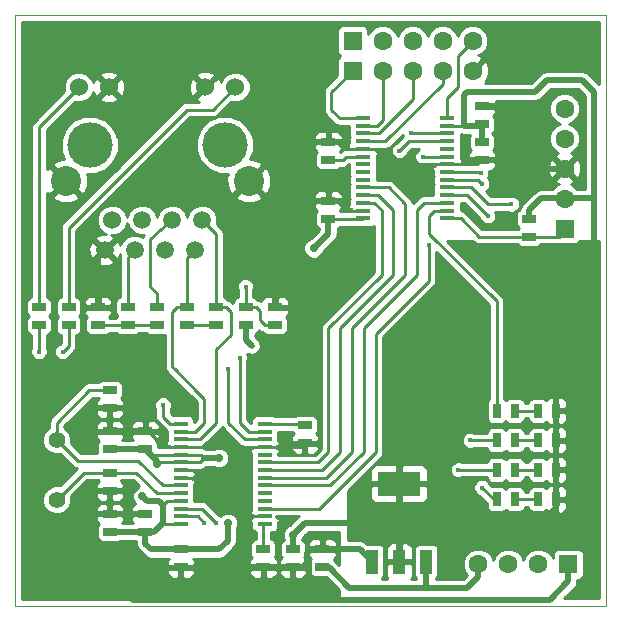
<source format=gtl>
G04 (created by PCBNEW-RS274X (2012-apr-16-27)-stable) date dim. 09 juin 2013 18:30:19 CEST*
G01*
G70*
G90*
%MOIN*%
G04 Gerber Fmt 3.4, Leading zero omitted, Abs format*
%FSLAX34Y34*%
G04 APERTURE LIST*
%ADD10C,0.006000*%
%ADD11C,0.003900*%
%ADD12C,0.151600*%
%ADD13C,0.059100*%
%ADD14C,0.060000*%
%ADD15C,0.100000*%
%ADD16R,0.050000X0.016000*%
%ADD17R,0.144000X0.080000*%
%ADD18R,0.040000X0.080000*%
%ADD19R,0.045000X0.025000*%
%ADD20R,0.025000X0.045000*%
%ADD21C,0.063000*%
%ADD22R,0.063000X0.063000*%
%ADD23C,0.055000*%
%ADD24C,0.015700*%
%ADD25C,0.027600*%
%ADD26C,0.010000*%
%ADD27C,0.019700*%
G04 APERTURE END LIST*
G54D10*
G54D11*
X40944Y-54331D02*
X40944Y-34646D01*
X40945Y-54330D02*
X21260Y-54330D01*
X21260Y-34645D02*
X21260Y-54330D01*
X21260Y-34645D02*
X40945Y-34645D01*
G54D12*
X28234Y-38976D03*
X23734Y-38976D03*
G54D13*
X24234Y-42476D03*
G54D14*
X24484Y-41476D03*
G54D13*
X25234Y-42476D03*
X25484Y-41476D03*
X26234Y-42476D03*
X26484Y-41476D03*
X27234Y-42476D03*
G54D15*
X29033Y-40177D03*
X22935Y-40177D03*
G54D14*
X24376Y-37047D03*
X27592Y-37047D03*
X23376Y-37047D03*
X28592Y-37047D03*
G54D13*
X27484Y-41476D03*
G54D16*
X29565Y-51605D03*
X29565Y-51355D03*
X29565Y-51095D03*
X29565Y-50835D03*
X29565Y-50585D03*
X29565Y-50325D03*
X29565Y-50065D03*
X29565Y-49815D03*
X29565Y-49555D03*
X29565Y-49305D03*
X29565Y-49045D03*
X29565Y-48785D03*
X29565Y-48535D03*
X29565Y-48275D03*
X26765Y-48275D03*
X26765Y-48535D03*
X26765Y-48775D03*
X26765Y-49045D03*
X26765Y-49305D03*
X26765Y-49555D03*
X26765Y-49815D03*
X26765Y-50065D03*
X26765Y-50325D03*
X26765Y-50585D03*
X26765Y-50835D03*
X26765Y-51095D03*
X26765Y-51355D03*
X26765Y-51605D03*
X35652Y-41413D03*
X35652Y-41163D03*
X35652Y-40903D03*
X35652Y-40643D03*
X35652Y-40393D03*
X35652Y-40133D03*
X35652Y-39873D03*
X35652Y-39623D03*
X35652Y-39363D03*
X35652Y-39113D03*
X35652Y-38853D03*
X35652Y-38593D03*
X35652Y-38343D03*
X35652Y-38083D03*
X32852Y-38083D03*
X32852Y-38343D03*
X32852Y-38583D03*
X32852Y-38853D03*
X32852Y-39113D03*
X32852Y-39363D03*
X32852Y-39623D03*
X32852Y-39873D03*
X32852Y-40133D03*
X32852Y-40393D03*
X32852Y-40643D03*
X32852Y-40903D03*
X32852Y-41163D03*
X32852Y-41413D03*
G54D17*
X34055Y-50275D03*
G54D18*
X34055Y-52875D03*
X34955Y-52875D03*
X33155Y-52875D03*
G54D19*
X30906Y-48922D03*
X30906Y-48322D03*
X38386Y-42032D03*
X38386Y-41432D03*
G54D20*
X37899Y-47834D03*
X37299Y-47834D03*
G54D19*
X22047Y-44985D03*
X22047Y-44385D03*
X23031Y-44985D03*
X23031Y-44385D03*
X24016Y-44385D03*
X24016Y-44985D03*
X24409Y-49119D03*
X24409Y-48519D03*
X31693Y-39473D03*
X31693Y-38873D03*
X26772Y-52456D03*
X26772Y-53056D03*
X24409Y-51875D03*
X24409Y-51275D03*
X25591Y-51875D03*
X25591Y-51275D03*
X36811Y-38292D03*
X36811Y-37692D03*
X25591Y-49119D03*
X25591Y-48519D03*
X31693Y-41442D03*
X31693Y-40842D03*
X36811Y-38873D03*
X36811Y-39473D03*
X30512Y-53056D03*
X30512Y-52456D03*
X31496Y-52456D03*
X31496Y-53056D03*
X29921Y-44385D03*
X29921Y-44985D03*
X28937Y-44385D03*
X28937Y-44985D03*
G54D21*
X39567Y-40764D03*
X39567Y-39764D03*
G54D22*
X39567Y-41764D03*
G54D21*
X39567Y-38764D03*
X39567Y-37764D03*
X38689Y-52953D03*
X37689Y-52953D03*
G54D22*
X39689Y-52953D03*
G54D21*
X36689Y-52953D03*
G54D19*
X29528Y-53056D03*
X29528Y-52456D03*
X24409Y-47741D03*
X24409Y-47141D03*
X24409Y-50497D03*
X24409Y-49897D03*
X27953Y-44985D03*
X27953Y-44385D03*
X26969Y-44985D03*
X26969Y-44385D03*
X25984Y-44985D03*
X25984Y-44385D03*
X25000Y-44985D03*
X25000Y-44385D03*
G54D23*
X22638Y-50803D03*
X22638Y-48803D03*
G54D20*
X37299Y-50787D03*
X37899Y-50787D03*
X37299Y-49803D03*
X37899Y-49803D03*
X37299Y-48819D03*
X37899Y-48819D03*
G54D21*
X33500Y-35500D03*
X34500Y-35500D03*
G54D22*
X32500Y-35500D03*
G54D21*
X35500Y-35500D03*
X36500Y-35500D03*
X33500Y-36500D03*
X34500Y-36500D03*
G54D22*
X32500Y-36500D03*
G54D21*
X35500Y-36500D03*
X36500Y-36500D03*
G54D20*
X39276Y-47835D03*
X38676Y-47835D03*
X39276Y-50787D03*
X38676Y-50787D03*
X39276Y-48819D03*
X38676Y-48819D03*
X39276Y-49803D03*
X38676Y-49803D03*
G54D24*
X36811Y-40276D03*
X36772Y-39921D03*
X35039Y-42323D03*
X34843Y-39370D03*
X22835Y-45866D03*
X27559Y-51575D03*
X22047Y-45866D03*
X27953Y-51575D03*
X37008Y-41339D03*
X37795Y-40945D03*
X36417Y-48819D03*
X34449Y-38583D03*
X28740Y-46063D03*
X28346Y-46457D03*
X36024Y-49803D03*
X34055Y-39173D03*
G54D25*
X25000Y-50394D03*
G54D24*
X36811Y-50394D03*
G54D25*
X37992Y-37992D03*
X25000Y-48130D03*
X23720Y-50886D03*
G54D24*
X28937Y-43701D03*
G54D25*
X28346Y-51575D03*
X25984Y-49606D03*
X25492Y-50689D03*
G54D24*
X29134Y-45669D03*
X26181Y-47638D03*
G54D25*
X31201Y-42421D03*
X34055Y-47736D03*
X28051Y-49409D03*
X30512Y-51969D03*
G54D26*
X35652Y-38083D02*
X35652Y-37399D01*
X36004Y-37047D02*
X36004Y-35996D01*
X35652Y-37399D02*
X36004Y-37047D01*
X36004Y-35996D02*
X36500Y-35500D01*
X31791Y-37209D02*
X32500Y-36500D01*
X31791Y-37795D02*
X31791Y-37209D01*
X32079Y-38083D02*
X31791Y-37795D01*
X32852Y-38083D02*
X32079Y-38083D01*
X33500Y-38153D02*
X33500Y-36500D01*
X32852Y-38343D02*
X33310Y-38343D01*
X33310Y-38343D02*
X33500Y-38153D01*
X34500Y-37460D02*
X34500Y-36500D01*
X33377Y-38583D02*
X34500Y-37460D01*
X32852Y-38583D02*
X33377Y-38583D01*
X35500Y-36500D02*
X35500Y-36941D01*
X33588Y-38853D02*
X33392Y-38853D01*
X35500Y-36941D02*
X33588Y-38853D01*
X35500Y-36745D02*
X35500Y-36500D01*
X33392Y-38853D02*
X32852Y-38853D01*
X36668Y-40133D02*
X35652Y-40133D01*
X36811Y-40276D02*
X36668Y-40133D01*
X36772Y-39921D02*
X36724Y-39873D01*
X35652Y-39873D02*
X36724Y-39873D01*
X34843Y-39370D02*
X34850Y-39363D01*
X33268Y-47047D02*
X33268Y-45275D01*
X33268Y-49213D02*
X33268Y-47047D01*
X35039Y-43504D02*
X35039Y-42323D01*
X34850Y-39363D02*
X35652Y-39363D01*
X31386Y-51095D02*
X33268Y-49213D01*
X33268Y-45275D02*
X35039Y-43504D01*
X29565Y-51095D02*
X31386Y-51095D01*
X31693Y-47047D02*
X31693Y-45079D01*
X33465Y-41141D02*
X33465Y-42126D01*
X31693Y-49213D02*
X31693Y-47047D01*
X31351Y-49555D02*
X29565Y-49555D01*
X33227Y-40903D02*
X33465Y-41141D01*
X32852Y-40903D02*
X33227Y-40903D01*
X31693Y-45079D02*
X33465Y-43307D01*
X33465Y-43307D02*
X33465Y-42126D01*
X31351Y-49555D02*
X31693Y-49213D01*
X23031Y-45670D02*
X23031Y-44985D01*
X26765Y-51355D02*
X27339Y-51355D01*
X27339Y-51355D02*
X27559Y-51575D01*
X22835Y-45866D02*
X23031Y-45670D01*
X27473Y-51095D02*
X27953Y-51575D01*
X22047Y-44985D02*
X22047Y-45866D01*
X26765Y-51095D02*
X27473Y-51095D01*
X35652Y-40643D02*
X36312Y-40643D01*
X36312Y-40643D02*
X37008Y-41339D01*
X37008Y-40945D02*
X37795Y-40945D01*
X36456Y-40393D02*
X37008Y-40945D01*
X35652Y-40393D02*
X36456Y-40393D01*
X39299Y-42032D02*
X39567Y-41764D01*
X36717Y-42032D02*
X39299Y-42032D01*
X36098Y-41413D02*
X36717Y-42032D01*
X39567Y-41764D02*
X39567Y-41831D01*
X39366Y-42032D02*
X38386Y-42032D01*
X35652Y-41413D02*
X36098Y-41413D01*
X39299Y-42032D02*
X39567Y-41764D01*
X36811Y-42032D02*
X39299Y-42032D01*
X38386Y-42032D02*
X39299Y-42032D01*
X39299Y-42032D02*
X39567Y-41764D01*
X39567Y-41831D02*
X39366Y-42032D01*
X34459Y-38593D02*
X34449Y-38583D01*
X37299Y-48819D02*
X36417Y-48819D01*
X35652Y-38593D02*
X34459Y-38593D01*
X33859Y-41141D02*
X33859Y-42322D01*
X33361Y-40643D02*
X32852Y-40643D01*
X31485Y-49815D02*
X32087Y-49213D01*
X33361Y-40643D02*
X33859Y-41141D01*
X32087Y-47047D02*
X32087Y-45078D01*
X29565Y-49815D02*
X31485Y-49815D01*
X33859Y-43306D02*
X33859Y-42322D01*
X32087Y-45078D02*
X33859Y-43306D01*
X32087Y-49213D02*
X32087Y-47047D01*
X32874Y-49212D02*
X32874Y-47047D01*
X29565Y-50325D02*
X31761Y-50325D01*
X32874Y-47047D02*
X32874Y-45079D01*
X31761Y-50325D02*
X32874Y-49212D01*
X34646Y-41142D02*
X34885Y-40903D01*
X32874Y-45079D02*
X34646Y-43307D01*
X34885Y-40903D02*
X35652Y-40903D01*
X34646Y-43307D02*
X34646Y-41142D01*
X32480Y-45079D02*
X34252Y-43307D01*
X34252Y-43307D02*
X34252Y-42323D01*
X32480Y-49212D02*
X32480Y-47047D01*
X34252Y-40944D02*
X34252Y-42323D01*
X33701Y-40393D02*
X34252Y-40944D01*
X31627Y-50065D02*
X32480Y-49212D01*
X32852Y-40393D02*
X33701Y-40393D01*
X34252Y-42323D02*
X34252Y-42519D01*
X29565Y-50065D02*
X31627Y-50065D01*
X32480Y-47047D02*
X32480Y-45079D01*
X26437Y-41476D02*
X26484Y-41476D01*
X29047Y-48535D02*
X28740Y-48228D01*
X25984Y-44385D02*
X25982Y-43895D01*
X25982Y-43895D02*
X25746Y-43698D01*
X29565Y-48535D02*
X29047Y-48535D01*
X28740Y-48228D02*
X28740Y-47441D01*
X25746Y-43698D02*
X25748Y-42126D01*
X25748Y-42126D02*
X26437Y-41476D01*
X28740Y-46457D02*
X28740Y-46063D01*
X28740Y-47441D02*
X28740Y-46457D01*
X28903Y-48785D02*
X28346Y-48228D01*
X25000Y-44385D02*
X25000Y-42710D01*
X25000Y-42710D02*
X25234Y-42476D01*
X28346Y-47441D02*
X28346Y-46457D01*
X28346Y-48228D02*
X28346Y-47441D01*
X29565Y-48785D02*
X28903Y-48785D01*
X27953Y-45787D02*
X27953Y-45865D01*
X28243Y-44385D02*
X28283Y-44385D01*
X27953Y-41945D02*
X27484Y-41476D01*
X27406Y-48775D02*
X26765Y-48775D01*
X28445Y-44547D02*
X28445Y-45295D01*
X28445Y-45295D02*
X27953Y-45787D01*
X27953Y-44385D02*
X28243Y-44385D01*
X27953Y-48228D02*
X27953Y-45865D01*
X28283Y-44385D02*
X28445Y-44547D01*
X27406Y-48775D02*
X27953Y-48228D01*
X27953Y-44385D02*
X27953Y-41945D01*
X26969Y-44385D02*
X26969Y-42741D01*
X27362Y-47243D02*
X27362Y-47244D01*
X26969Y-44385D02*
X26875Y-44385D01*
X27559Y-48228D02*
X27252Y-48535D01*
X26969Y-44385D02*
X26658Y-44385D01*
X26658Y-44385D02*
X26496Y-44547D01*
X26496Y-44547D02*
X26496Y-46377D01*
X27362Y-47244D02*
X27559Y-47441D01*
X27559Y-47441D02*
X27559Y-48228D01*
X26496Y-46377D02*
X26575Y-46456D01*
X26575Y-46456D02*
X27362Y-47243D01*
X27252Y-48535D02*
X26765Y-48535D01*
X26969Y-42741D02*
X27234Y-42476D01*
X34375Y-38853D02*
X34055Y-39173D01*
X37299Y-49803D02*
X36024Y-49803D01*
X35652Y-38853D02*
X34375Y-38853D01*
X32181Y-39473D02*
X31693Y-39473D01*
X32291Y-39363D02*
X32181Y-39473D01*
X32852Y-39363D02*
X32291Y-39363D01*
G54D27*
X36689Y-53370D02*
X36319Y-53740D01*
X34955Y-53740D02*
X34941Y-53740D01*
X34941Y-53740D02*
X32382Y-53740D01*
X36319Y-53740D02*
X34941Y-53740D01*
X32382Y-53740D02*
X31698Y-53056D01*
X31698Y-53056D02*
X31496Y-53056D01*
X36689Y-52953D02*
X36689Y-53370D01*
X34955Y-52875D02*
X34955Y-53740D01*
X36811Y-39473D02*
X37988Y-39473D01*
X37988Y-39473D02*
X37992Y-39469D01*
X39567Y-39764D02*
X38287Y-39764D01*
X38287Y-39764D02*
X37992Y-39469D01*
X37992Y-39469D02*
X37992Y-37992D01*
X30512Y-54134D02*
X30708Y-54134D01*
G54D26*
X34111Y-39623D02*
X35652Y-39623D01*
G54D27*
X24409Y-48519D02*
X25591Y-48519D01*
G54D26*
X26765Y-49045D02*
X28740Y-49045D01*
X26765Y-50065D02*
X27593Y-50065D01*
X31983Y-38873D02*
X32223Y-39113D01*
G54D27*
X30512Y-53056D02*
X30512Y-54134D01*
G54D26*
X26765Y-49815D02*
X27669Y-49815D01*
X30984Y-52579D02*
X31107Y-52456D01*
G54D27*
X39075Y-54134D02*
X30807Y-54134D01*
G54D26*
X37204Y-50787D02*
X36811Y-50394D01*
X27593Y-50065D02*
X27756Y-49902D01*
G54D27*
X24409Y-51275D02*
X24409Y-50497D01*
X30418Y-40842D02*
X31004Y-40842D01*
X26772Y-53445D02*
X26772Y-53056D01*
G54D26*
X25684Y-48519D02*
X25591Y-48519D01*
G54D27*
X30807Y-54134D02*
X30708Y-54134D01*
X27362Y-54134D02*
X30512Y-54134D01*
X27756Y-49902D02*
X28740Y-49902D01*
G54D26*
X28740Y-51574D02*
X28740Y-51575D01*
G54D27*
X25000Y-48519D02*
X25000Y-48130D01*
X30512Y-53056D02*
X29040Y-53056D01*
X30842Y-53056D02*
X30984Y-52914D01*
G54D26*
X24409Y-50497D02*
X24897Y-50497D01*
G54D27*
X30984Y-52579D02*
X31107Y-52456D01*
G54D26*
X31402Y-52456D02*
X31496Y-52456D01*
X25000Y-48519D02*
X25000Y-48425D01*
G54D27*
X39689Y-53520D02*
X39075Y-54134D01*
X31496Y-52456D02*
X32736Y-52456D01*
G54D26*
X29040Y-53056D02*
X29528Y-53056D01*
X29921Y-44385D02*
X29921Y-43110D01*
G54D27*
X25591Y-51275D02*
X24409Y-51275D01*
G54D26*
X27669Y-49815D02*
X27756Y-49902D01*
X37299Y-50787D02*
X37204Y-50787D01*
G54D27*
X26772Y-54134D02*
X26772Y-53445D01*
X30984Y-52914D02*
X30984Y-52579D01*
G54D26*
X28740Y-49409D02*
X28740Y-49045D01*
G54D27*
X24016Y-42694D02*
X24234Y-42476D01*
X31107Y-52456D02*
X31496Y-52456D01*
G54D26*
X33601Y-39113D02*
X34111Y-39623D01*
G54D27*
X27362Y-54134D02*
X26772Y-54134D01*
G54D26*
X32852Y-39113D02*
X33601Y-39113D01*
G54D27*
X30512Y-53056D02*
X30842Y-53056D01*
X24897Y-50497D02*
X25000Y-50394D01*
X26772Y-54134D02*
X25197Y-54134D01*
G54D26*
X31693Y-40842D02*
X31197Y-40842D01*
G54D27*
X29921Y-44385D02*
X29921Y-41339D01*
G54D26*
X26210Y-49045D02*
X25684Y-48519D01*
G54D27*
X23720Y-52657D02*
X23720Y-50886D01*
X24016Y-44385D02*
X24016Y-42694D01*
G54D26*
X32305Y-41163D02*
X31984Y-40842D01*
G54D27*
X29921Y-41065D02*
X29033Y-40177D01*
X31004Y-39075D02*
X31004Y-40842D01*
G54D26*
X24409Y-48519D02*
X25000Y-48519D01*
G54D27*
X29921Y-41339D02*
X29921Y-41065D01*
G54D26*
X37992Y-37992D02*
X37692Y-37692D01*
X26765Y-49045D02*
X26210Y-49045D01*
X30984Y-52914D02*
X30984Y-52579D01*
X32223Y-39113D02*
X32852Y-39113D01*
G54D27*
X32736Y-52456D02*
X33155Y-52875D01*
G54D26*
X35652Y-39623D02*
X36661Y-39623D01*
X32852Y-41163D02*
X32305Y-41163D01*
G54D27*
X31004Y-40842D02*
X31693Y-40842D01*
X28740Y-52756D02*
X28740Y-51575D01*
G54D26*
X29528Y-53056D02*
X30512Y-53056D01*
X31984Y-40842D02*
X31693Y-40842D01*
X28740Y-51355D02*
X28740Y-51378D01*
X29565Y-51355D02*
X28740Y-51355D01*
X30783Y-49045D02*
X30906Y-48922D01*
G54D27*
X25197Y-54134D02*
X23720Y-52657D01*
G54D26*
X25000Y-48519D02*
X25000Y-48425D01*
X29565Y-49045D02*
X30783Y-49045D01*
G54D27*
X28740Y-49902D02*
X28740Y-49045D01*
X28740Y-51378D02*
X28740Y-49902D01*
X28740Y-51575D02*
X28740Y-51378D01*
G54D26*
X26765Y-50065D02*
X27231Y-50065D01*
X31599Y-38873D02*
X31693Y-38873D01*
X31693Y-38873D02*
X31983Y-38873D01*
X28740Y-49045D02*
X29565Y-49045D01*
X30842Y-53056D02*
X30984Y-52914D01*
X24897Y-50497D02*
X25000Y-50394D01*
G54D27*
X24409Y-48519D02*
X24409Y-47741D01*
X29040Y-53056D02*
X28740Y-52756D01*
X29921Y-41339D02*
X30418Y-40842D01*
X31206Y-38873D02*
X31004Y-39075D01*
G54D26*
X24409Y-50497D02*
X24409Y-51275D01*
G54D27*
X39689Y-52953D02*
X39689Y-53520D01*
X24409Y-50497D02*
X24897Y-50497D01*
G54D26*
X31107Y-52456D02*
X31496Y-52456D01*
G54D27*
X36811Y-37692D02*
X37692Y-37692D01*
X31693Y-38873D02*
X31206Y-38873D01*
G54D26*
X36661Y-39623D02*
X36811Y-39473D01*
G54D27*
X37692Y-37692D02*
X37992Y-37992D01*
G54D26*
X38676Y-47835D02*
X37900Y-47835D01*
X37899Y-47834D02*
X38677Y-47834D01*
X37900Y-47835D02*
X37899Y-47834D01*
X35215Y-41163D02*
X35652Y-41163D01*
X35039Y-41339D02*
X35215Y-41163D01*
X37299Y-47834D02*
X37299Y-44189D01*
X37299Y-44189D02*
X35039Y-41929D01*
X35039Y-41929D02*
X35039Y-41339D01*
X26969Y-44985D02*
X27953Y-44985D01*
X24409Y-49897D02*
X23544Y-49897D01*
X23544Y-49897D02*
X22638Y-50803D01*
X25979Y-50585D02*
X25291Y-49897D01*
X25291Y-49897D02*
X24409Y-49897D01*
X26765Y-50585D02*
X25979Y-50585D01*
X23244Y-49409D02*
X22638Y-48803D01*
X23725Y-47141D02*
X24409Y-47141D01*
X26172Y-50325D02*
X25355Y-49508D01*
X23343Y-49508D02*
X23244Y-49409D01*
X22638Y-48803D02*
X22638Y-48228D01*
X22638Y-48228D02*
X23725Y-47141D01*
X25355Y-49508D02*
X23343Y-49508D01*
X26765Y-50325D02*
X26172Y-50325D01*
X38676Y-49803D02*
X37899Y-49803D01*
X37899Y-49803D02*
X38677Y-49803D01*
X38676Y-48819D02*
X37899Y-48819D01*
X38676Y-48819D02*
X38677Y-48818D01*
X38676Y-50787D02*
X37899Y-50787D01*
X37899Y-50787D02*
X38677Y-50787D01*
X29528Y-51642D02*
X29565Y-51605D01*
X29528Y-52456D02*
X29528Y-51642D01*
X30859Y-48275D02*
X30906Y-48322D01*
X29565Y-48275D02*
X30859Y-48275D01*
X22047Y-44385D02*
X22047Y-38376D01*
X22047Y-38376D02*
X23376Y-37047D01*
X27844Y-37795D02*
X28592Y-37047D01*
X26969Y-37795D02*
X27844Y-37795D01*
X23031Y-44385D02*
X23031Y-41733D01*
X23031Y-41733D02*
X26969Y-37795D01*
X29409Y-44508D02*
X29409Y-44822D01*
X28937Y-44385D02*
X29286Y-44385D01*
X29572Y-44985D02*
X29921Y-44985D01*
X28937Y-43701D02*
X28937Y-44385D01*
X29409Y-44822D02*
X29572Y-44985D01*
X29286Y-44385D02*
X29409Y-44508D01*
X29921Y-44985D02*
X29828Y-44985D01*
X24016Y-44985D02*
X25984Y-44985D01*
X25984Y-44985D02*
X25000Y-44985D01*
G54D27*
X36760Y-38343D02*
X36811Y-38394D01*
X28346Y-52166D02*
X28346Y-51575D01*
G54D26*
X27455Y-49305D02*
X26765Y-49305D01*
G54D27*
X38977Y-36811D02*
X39960Y-36811D01*
G54D26*
X26151Y-51605D02*
X25881Y-51875D01*
X39567Y-40764D02*
X40551Y-40764D01*
G54D27*
X40157Y-36811D02*
X39960Y-36811D01*
G54D26*
X38977Y-36811D02*
X39960Y-36811D01*
X26765Y-49305D02*
X25777Y-49305D01*
X27677Y-52456D02*
X27652Y-52456D01*
G54D27*
X40551Y-37205D02*
X40157Y-36811D01*
X36811Y-38394D02*
X36811Y-38873D01*
G54D26*
X27657Y-52456D02*
X27677Y-52456D01*
G54D27*
X36220Y-38343D02*
X36760Y-38343D01*
G54D26*
X26035Y-49555D02*
X25984Y-49606D01*
X39277Y-50787D02*
X39277Y-49803D01*
X40551Y-40748D02*
X40551Y-45669D01*
X31693Y-41442D02*
X32823Y-41442D01*
G54D27*
X25492Y-50689D02*
X25639Y-50836D01*
G54D26*
X27657Y-52456D02*
X27958Y-52456D01*
G54D27*
X26033Y-50836D02*
X26181Y-50984D01*
X36220Y-37304D02*
X36319Y-37205D01*
G54D26*
X36760Y-38343D02*
X36811Y-38292D01*
X40551Y-37402D02*
X40551Y-40748D01*
G54D27*
X28056Y-52456D02*
X28346Y-52166D01*
X25639Y-50836D02*
X26033Y-50836D01*
X38780Y-40748D02*
X40551Y-40748D01*
G54D26*
X38779Y-51575D02*
X39277Y-51077D01*
X26765Y-52449D02*
X26772Y-52456D01*
X26772Y-52456D02*
X27657Y-52456D01*
X38583Y-37205D02*
X38977Y-36811D01*
X36220Y-38343D02*
X36220Y-37598D01*
G54D27*
X38386Y-41142D02*
X38780Y-40748D01*
G54D26*
X26765Y-49555D02*
X26035Y-49555D01*
G54D27*
X25881Y-51875D02*
X26181Y-51575D01*
X26181Y-51575D02*
X26181Y-50984D01*
G54D26*
X26181Y-48031D02*
X26181Y-47638D01*
X30906Y-51575D02*
X33464Y-51575D01*
X35652Y-38343D02*
X36220Y-38343D01*
G54D27*
X34055Y-50275D02*
X34055Y-51575D01*
G54D26*
X26330Y-50835D02*
X26181Y-50984D01*
X26765Y-50835D02*
X26330Y-50835D01*
X31693Y-41536D02*
X31693Y-41442D01*
X30512Y-51969D02*
X30709Y-51772D01*
G54D27*
X40551Y-37402D02*
X40551Y-37205D01*
G54D26*
X26765Y-51605D02*
X26181Y-51605D01*
X25984Y-49606D02*
X26027Y-49563D01*
X25881Y-51875D02*
X24409Y-51875D01*
X40551Y-40764D02*
X40551Y-40748D01*
X26425Y-48275D02*
X26181Y-48031D01*
X38764Y-40764D02*
X38386Y-41142D01*
X39277Y-51077D02*
X39277Y-49803D01*
G54D27*
X40551Y-45669D02*
X39277Y-46943D01*
X26772Y-52456D02*
X28056Y-52456D01*
G54D26*
X26181Y-51605D02*
X26151Y-51605D01*
X34055Y-50984D02*
X34055Y-50275D01*
X39567Y-40764D02*
X38764Y-40764D01*
X26765Y-49555D02*
X26027Y-49555D01*
G54D27*
X36319Y-37205D02*
X38583Y-37205D01*
G54D26*
X29134Y-45669D02*
X28937Y-45472D01*
X26027Y-49563D02*
X25984Y-49606D01*
X32823Y-41442D02*
X32852Y-41413D01*
G54D27*
X24409Y-49119D02*
X25591Y-49119D01*
X25783Y-52456D02*
X25591Y-52264D01*
X28937Y-44985D02*
X28937Y-45472D01*
G54D26*
X26181Y-50984D02*
X26181Y-51605D01*
G54D27*
X39277Y-46943D02*
X39277Y-50786D01*
G54D26*
X34055Y-51575D02*
X33464Y-51575D01*
X27559Y-49409D02*
X27455Y-49305D01*
X39277Y-46943D02*
X39277Y-47834D01*
G54D27*
X36220Y-38343D02*
X36220Y-37304D01*
G54D26*
X34055Y-51575D02*
X38779Y-51575D01*
G54D27*
X39276Y-51078D02*
X38779Y-51575D01*
G54D26*
X39277Y-49803D02*
X39277Y-48818D01*
G54D27*
X31693Y-41929D02*
X31201Y-42421D01*
G54D26*
X36613Y-37205D02*
X38583Y-37205D01*
G54D27*
X25591Y-51875D02*
X25881Y-51875D01*
X28051Y-49409D02*
X27559Y-49409D01*
X30512Y-51969D02*
X30709Y-51772D01*
X30906Y-51575D02*
X34055Y-51575D01*
G54D26*
X27413Y-49555D02*
X27559Y-49409D01*
X26765Y-49555D02*
X27413Y-49555D01*
G54D27*
X34055Y-52875D02*
X34055Y-51575D01*
G54D26*
X36811Y-38873D02*
X36811Y-38292D01*
G54D27*
X30512Y-52456D02*
X30512Y-51969D01*
X25591Y-49119D02*
X25777Y-49305D01*
X30709Y-51772D02*
X30906Y-51575D01*
X24409Y-51875D02*
X25591Y-51875D01*
X38583Y-37205D02*
X38977Y-36811D01*
X38779Y-51575D02*
X34055Y-51575D01*
G54D26*
X39277Y-48818D02*
X39277Y-47834D01*
G54D27*
X40551Y-37402D02*
X40551Y-45669D01*
G54D26*
X26765Y-48275D02*
X26425Y-48275D01*
G54D27*
X25591Y-52264D02*
X25591Y-51875D01*
X26772Y-52456D02*
X25783Y-52456D01*
X39276Y-50787D02*
X39276Y-51078D01*
X38386Y-41432D02*
X38386Y-41142D01*
X28937Y-45472D02*
X29134Y-45669D01*
X31693Y-41442D02*
X31693Y-41929D01*
X25984Y-49606D02*
X25984Y-49512D01*
X25984Y-49512D02*
X25777Y-49305D01*
X34055Y-47736D02*
X34055Y-50275D01*
X39277Y-50786D02*
X39276Y-50787D01*
G54D10*
G36*
X35282Y-39620D02*
X35239Y-39663D01*
X35214Y-39663D01*
X35152Y-39725D01*
X35153Y-39752D01*
X35191Y-39844D01*
X35195Y-39848D01*
X35195Y-39994D01*
X35198Y-40003D01*
X35195Y-40012D01*
X35195Y-40094D01*
X35195Y-40254D01*
X35198Y-40263D01*
X35195Y-40272D01*
X35195Y-40354D01*
X35195Y-40514D01*
X35196Y-40518D01*
X35195Y-40522D01*
X35195Y-40604D01*
X35195Y-40646D01*
X34885Y-40646D01*
X34884Y-40646D01*
X34864Y-40650D01*
X34787Y-40666D01*
X34703Y-40721D01*
X34701Y-40723D01*
X34504Y-40920D01*
X34489Y-40846D01*
X34434Y-40762D01*
X33883Y-40211D01*
X33799Y-40156D01*
X33701Y-40136D01*
X33309Y-40136D01*
X33309Y-40012D01*
X33305Y-40002D01*
X33309Y-39994D01*
X33309Y-39912D01*
X33309Y-39752D01*
X33307Y-39747D01*
X33309Y-39744D01*
X33309Y-39662D01*
X33309Y-39502D01*
X33305Y-39492D01*
X33309Y-39484D01*
X33309Y-39402D01*
X33309Y-39338D01*
X33313Y-39334D01*
X33351Y-39242D01*
X33352Y-39215D01*
X33290Y-39153D01*
X33264Y-39153D01*
X33221Y-39110D01*
X33392Y-39110D01*
X33588Y-39110D01*
X33686Y-39090D01*
X33770Y-39035D01*
X34165Y-38639D01*
X34182Y-38682D01*
X33958Y-38905D01*
X33895Y-38932D01*
X33815Y-39012D01*
X33771Y-39116D01*
X33771Y-39229D01*
X33814Y-39333D01*
X33894Y-39413D01*
X33998Y-39457D01*
X34111Y-39457D01*
X34215Y-39414D01*
X34295Y-39334D01*
X34322Y-39269D01*
X34481Y-39110D01*
X34728Y-39110D01*
X34683Y-39129D01*
X34603Y-39209D01*
X34559Y-39313D01*
X34559Y-39426D01*
X34602Y-39530D01*
X34682Y-39610D01*
X34786Y-39654D01*
X34899Y-39654D01*
X34981Y-39620D01*
X35282Y-39620D01*
X35282Y-39620D01*
G37*
G54D26*
X35282Y-39620D02*
X35239Y-39663D01*
X35214Y-39663D01*
X35152Y-39725D01*
X35153Y-39752D01*
X35191Y-39844D01*
X35195Y-39848D01*
X35195Y-39994D01*
X35198Y-40003D01*
X35195Y-40012D01*
X35195Y-40094D01*
X35195Y-40254D01*
X35198Y-40263D01*
X35195Y-40272D01*
X35195Y-40354D01*
X35195Y-40514D01*
X35196Y-40518D01*
X35195Y-40522D01*
X35195Y-40604D01*
X35195Y-40646D01*
X34885Y-40646D01*
X34884Y-40646D01*
X34864Y-40650D01*
X34787Y-40666D01*
X34703Y-40721D01*
X34701Y-40723D01*
X34504Y-40920D01*
X34489Y-40846D01*
X34434Y-40762D01*
X33883Y-40211D01*
X33799Y-40156D01*
X33701Y-40136D01*
X33309Y-40136D01*
X33309Y-40012D01*
X33305Y-40002D01*
X33309Y-39994D01*
X33309Y-39912D01*
X33309Y-39752D01*
X33307Y-39747D01*
X33309Y-39744D01*
X33309Y-39662D01*
X33309Y-39502D01*
X33305Y-39492D01*
X33309Y-39484D01*
X33309Y-39402D01*
X33309Y-39338D01*
X33313Y-39334D01*
X33351Y-39242D01*
X33352Y-39215D01*
X33290Y-39153D01*
X33264Y-39153D01*
X33221Y-39110D01*
X33392Y-39110D01*
X33588Y-39110D01*
X33686Y-39090D01*
X33770Y-39035D01*
X34165Y-38639D01*
X34182Y-38682D01*
X33958Y-38905D01*
X33895Y-38932D01*
X33815Y-39012D01*
X33771Y-39116D01*
X33771Y-39229D01*
X33814Y-39333D01*
X33894Y-39413D01*
X33998Y-39457D01*
X34111Y-39457D01*
X34215Y-39414D01*
X34295Y-39334D01*
X34322Y-39269D01*
X34481Y-39110D01*
X34728Y-39110D01*
X34683Y-39129D01*
X34603Y-39209D01*
X34559Y-39313D01*
X34559Y-39426D01*
X34602Y-39530D01*
X34682Y-39610D01*
X34786Y-39654D01*
X34899Y-39654D01*
X34981Y-39620D01*
X35282Y-39620D01*
G54D10*
G36*
X40246Y-40443D02*
X40125Y-40443D01*
X40125Y-39847D01*
X40114Y-39627D01*
X40089Y-39566D01*
X40089Y-38869D01*
X40089Y-38661D01*
X40010Y-38469D01*
X39863Y-38322D01*
X39724Y-38263D01*
X39862Y-38207D01*
X40009Y-38060D01*
X40089Y-37869D01*
X40089Y-37661D01*
X40010Y-37469D01*
X39863Y-37322D01*
X39672Y-37242D01*
X39464Y-37242D01*
X39272Y-37321D01*
X39125Y-37468D01*
X39045Y-37659D01*
X39045Y-37867D01*
X39124Y-38059D01*
X39271Y-38206D01*
X39409Y-38264D01*
X39272Y-38321D01*
X39125Y-38468D01*
X39045Y-38659D01*
X39045Y-38867D01*
X39124Y-39059D01*
X39271Y-39206D01*
X39363Y-39244D01*
X39277Y-39280D01*
X39249Y-39375D01*
X39567Y-39693D01*
X39885Y-39375D01*
X39857Y-39280D01*
X39764Y-39247D01*
X39862Y-39207D01*
X40009Y-39060D01*
X40089Y-38869D01*
X40089Y-39566D01*
X40051Y-39474D01*
X39956Y-39446D01*
X39638Y-39764D01*
X39956Y-40082D01*
X40051Y-40054D01*
X40125Y-39847D01*
X40125Y-40443D01*
X39984Y-40443D01*
X39863Y-40322D01*
X39770Y-40283D01*
X39857Y-40248D01*
X39885Y-40153D01*
X39567Y-39835D01*
X39496Y-39906D01*
X39496Y-39764D01*
X39178Y-39446D01*
X39083Y-39474D01*
X39009Y-39681D01*
X39020Y-39901D01*
X39083Y-40054D01*
X39178Y-40082D01*
X39496Y-39764D01*
X39496Y-39906D01*
X39249Y-40153D01*
X39277Y-40248D01*
X39369Y-40280D01*
X39272Y-40321D01*
X39150Y-40443D01*
X38780Y-40443D01*
X38663Y-40466D01*
X38564Y-40532D01*
X38170Y-40926D01*
X38104Y-41025D01*
X38086Y-41113D01*
X38044Y-41131D01*
X37986Y-41190D01*
X37954Y-41266D01*
X37954Y-41348D01*
X37954Y-41598D01*
X37985Y-41674D01*
X38043Y-41731D01*
X38000Y-41775D01*
X36823Y-41775D01*
X36280Y-41231D01*
X36196Y-41176D01*
X36109Y-41158D01*
X36109Y-41042D01*
X36105Y-41032D01*
X36109Y-41024D01*
X36109Y-40942D01*
X36109Y-40900D01*
X36205Y-40900D01*
X36740Y-41435D01*
X36767Y-41499D01*
X36847Y-41579D01*
X36951Y-41623D01*
X37064Y-41623D01*
X37168Y-41580D01*
X37248Y-41500D01*
X37292Y-41396D01*
X37292Y-41283D01*
X37258Y-41202D01*
X37674Y-41202D01*
X37738Y-41229D01*
X37851Y-41229D01*
X37955Y-41186D01*
X38035Y-41106D01*
X38079Y-41002D01*
X38079Y-40889D01*
X38036Y-40785D01*
X37956Y-40705D01*
X37852Y-40661D01*
X37739Y-40661D01*
X37673Y-40688D01*
X37114Y-40688D01*
X36951Y-40525D01*
X36971Y-40517D01*
X37051Y-40437D01*
X37095Y-40333D01*
X37095Y-40220D01*
X37052Y-40116D01*
X37013Y-40077D01*
X37056Y-39978D01*
X37056Y-39865D01*
X37048Y-39847D01*
X37086Y-39847D01*
X37177Y-39809D01*
X37247Y-39739D01*
X37285Y-39647D01*
X37286Y-39585D01*
X37224Y-39523D01*
X36911Y-39523D01*
X36861Y-39523D01*
X36761Y-39523D01*
X36711Y-39523D01*
X36398Y-39523D01*
X36336Y-39585D01*
X36336Y-39616D01*
X36152Y-39616D01*
X36152Y-39523D01*
X36150Y-39523D01*
X36152Y-39521D01*
X36151Y-39494D01*
X36113Y-39402D01*
X36109Y-39398D01*
X36109Y-39242D01*
X36107Y-39237D01*
X36109Y-39234D01*
X36109Y-39152D01*
X36109Y-38992D01*
X36105Y-38982D01*
X36109Y-38974D01*
X36109Y-38892D01*
X36109Y-38732D01*
X36105Y-38722D01*
X36109Y-38714D01*
X36109Y-38632D01*
X36109Y-38626D01*
X36220Y-38648D01*
X36403Y-38648D01*
X36379Y-38707D01*
X36379Y-38789D01*
X36379Y-39039D01*
X36410Y-39115D01*
X36438Y-39143D01*
X36375Y-39207D01*
X36337Y-39299D01*
X36336Y-39361D01*
X36398Y-39423D01*
X36711Y-39423D01*
X36761Y-39423D01*
X36861Y-39423D01*
X36911Y-39423D01*
X37224Y-39423D01*
X37286Y-39361D01*
X37285Y-39299D01*
X37247Y-39207D01*
X37183Y-39143D01*
X37211Y-39115D01*
X37243Y-39039D01*
X37243Y-38957D01*
X37243Y-38707D01*
X37212Y-38631D01*
X37162Y-38582D01*
X37211Y-38534D01*
X37243Y-38458D01*
X37243Y-38376D01*
X37243Y-38126D01*
X37212Y-38050D01*
X37183Y-38021D01*
X37247Y-37958D01*
X37285Y-37866D01*
X37286Y-37804D01*
X37224Y-37742D01*
X36911Y-37742D01*
X36861Y-37742D01*
X36761Y-37742D01*
X36761Y-37642D01*
X36861Y-37642D01*
X36911Y-37642D01*
X37224Y-37642D01*
X37286Y-37580D01*
X37285Y-37518D01*
X37281Y-37510D01*
X38583Y-37510D01*
X38700Y-37487D01*
X38799Y-37421D01*
X39104Y-37116D01*
X39960Y-37116D01*
X40030Y-37116D01*
X40246Y-37332D01*
X40246Y-37402D01*
X40246Y-40443D01*
X40246Y-40443D01*
G37*
G54D26*
X40246Y-40443D02*
X40125Y-40443D01*
X40125Y-39847D01*
X40114Y-39627D01*
X40089Y-39566D01*
X40089Y-38869D01*
X40089Y-38661D01*
X40010Y-38469D01*
X39863Y-38322D01*
X39724Y-38263D01*
X39862Y-38207D01*
X40009Y-38060D01*
X40089Y-37869D01*
X40089Y-37661D01*
X40010Y-37469D01*
X39863Y-37322D01*
X39672Y-37242D01*
X39464Y-37242D01*
X39272Y-37321D01*
X39125Y-37468D01*
X39045Y-37659D01*
X39045Y-37867D01*
X39124Y-38059D01*
X39271Y-38206D01*
X39409Y-38264D01*
X39272Y-38321D01*
X39125Y-38468D01*
X39045Y-38659D01*
X39045Y-38867D01*
X39124Y-39059D01*
X39271Y-39206D01*
X39363Y-39244D01*
X39277Y-39280D01*
X39249Y-39375D01*
X39567Y-39693D01*
X39885Y-39375D01*
X39857Y-39280D01*
X39764Y-39247D01*
X39862Y-39207D01*
X40009Y-39060D01*
X40089Y-38869D01*
X40089Y-39566D01*
X40051Y-39474D01*
X39956Y-39446D01*
X39638Y-39764D01*
X39956Y-40082D01*
X40051Y-40054D01*
X40125Y-39847D01*
X40125Y-40443D01*
X39984Y-40443D01*
X39863Y-40322D01*
X39770Y-40283D01*
X39857Y-40248D01*
X39885Y-40153D01*
X39567Y-39835D01*
X39496Y-39906D01*
X39496Y-39764D01*
X39178Y-39446D01*
X39083Y-39474D01*
X39009Y-39681D01*
X39020Y-39901D01*
X39083Y-40054D01*
X39178Y-40082D01*
X39496Y-39764D01*
X39496Y-39906D01*
X39249Y-40153D01*
X39277Y-40248D01*
X39369Y-40280D01*
X39272Y-40321D01*
X39150Y-40443D01*
X38780Y-40443D01*
X38663Y-40466D01*
X38564Y-40532D01*
X38170Y-40926D01*
X38104Y-41025D01*
X38086Y-41113D01*
X38044Y-41131D01*
X37986Y-41190D01*
X37954Y-41266D01*
X37954Y-41348D01*
X37954Y-41598D01*
X37985Y-41674D01*
X38043Y-41731D01*
X38000Y-41775D01*
X36823Y-41775D01*
X36280Y-41231D01*
X36196Y-41176D01*
X36109Y-41158D01*
X36109Y-41042D01*
X36105Y-41032D01*
X36109Y-41024D01*
X36109Y-40942D01*
X36109Y-40900D01*
X36205Y-40900D01*
X36740Y-41435D01*
X36767Y-41499D01*
X36847Y-41579D01*
X36951Y-41623D01*
X37064Y-41623D01*
X37168Y-41580D01*
X37248Y-41500D01*
X37292Y-41396D01*
X37292Y-41283D01*
X37258Y-41202D01*
X37674Y-41202D01*
X37738Y-41229D01*
X37851Y-41229D01*
X37955Y-41186D01*
X38035Y-41106D01*
X38079Y-41002D01*
X38079Y-40889D01*
X38036Y-40785D01*
X37956Y-40705D01*
X37852Y-40661D01*
X37739Y-40661D01*
X37673Y-40688D01*
X37114Y-40688D01*
X36951Y-40525D01*
X36971Y-40517D01*
X37051Y-40437D01*
X37095Y-40333D01*
X37095Y-40220D01*
X37052Y-40116D01*
X37013Y-40077D01*
X37056Y-39978D01*
X37056Y-39865D01*
X37048Y-39847D01*
X37086Y-39847D01*
X37177Y-39809D01*
X37247Y-39739D01*
X37285Y-39647D01*
X37286Y-39585D01*
X37224Y-39523D01*
X36911Y-39523D01*
X36861Y-39523D01*
X36761Y-39523D01*
X36711Y-39523D01*
X36398Y-39523D01*
X36336Y-39585D01*
X36336Y-39616D01*
X36152Y-39616D01*
X36152Y-39523D01*
X36150Y-39523D01*
X36152Y-39521D01*
X36151Y-39494D01*
X36113Y-39402D01*
X36109Y-39398D01*
X36109Y-39242D01*
X36107Y-39237D01*
X36109Y-39234D01*
X36109Y-39152D01*
X36109Y-38992D01*
X36105Y-38982D01*
X36109Y-38974D01*
X36109Y-38892D01*
X36109Y-38732D01*
X36105Y-38722D01*
X36109Y-38714D01*
X36109Y-38632D01*
X36109Y-38626D01*
X36220Y-38648D01*
X36403Y-38648D01*
X36379Y-38707D01*
X36379Y-38789D01*
X36379Y-39039D01*
X36410Y-39115D01*
X36438Y-39143D01*
X36375Y-39207D01*
X36337Y-39299D01*
X36336Y-39361D01*
X36398Y-39423D01*
X36711Y-39423D01*
X36761Y-39423D01*
X36861Y-39423D01*
X36911Y-39423D01*
X37224Y-39423D01*
X37286Y-39361D01*
X37285Y-39299D01*
X37247Y-39207D01*
X37183Y-39143D01*
X37211Y-39115D01*
X37243Y-39039D01*
X37243Y-38957D01*
X37243Y-38707D01*
X37212Y-38631D01*
X37162Y-38582D01*
X37211Y-38534D01*
X37243Y-38458D01*
X37243Y-38376D01*
X37243Y-38126D01*
X37212Y-38050D01*
X37183Y-38021D01*
X37247Y-37958D01*
X37285Y-37866D01*
X37286Y-37804D01*
X37224Y-37742D01*
X36911Y-37742D01*
X36861Y-37742D01*
X36761Y-37742D01*
X36761Y-37642D01*
X36861Y-37642D01*
X36911Y-37642D01*
X37224Y-37642D01*
X37286Y-37580D01*
X37285Y-37518D01*
X37281Y-37510D01*
X38583Y-37510D01*
X38700Y-37487D01*
X38799Y-37421D01*
X39104Y-37116D01*
X39960Y-37116D01*
X40030Y-37116D01*
X40246Y-37332D01*
X40246Y-37402D01*
X40246Y-40443D01*
G54D10*
G36*
X40718Y-36940D02*
X40373Y-36595D01*
X40274Y-36529D01*
X40157Y-36506D01*
X39960Y-36506D01*
X38977Y-36506D01*
X38860Y-36529D01*
X38761Y-36595D01*
X38456Y-36900D01*
X37058Y-36900D01*
X36913Y-36900D01*
X36977Y-36836D01*
X36943Y-36802D01*
X36984Y-36790D01*
X37058Y-36583D01*
X37047Y-36363D01*
X36984Y-36210D01*
X36889Y-36182D01*
X36606Y-36465D01*
X36571Y-36500D01*
X36500Y-36571D01*
X36429Y-36500D01*
X36500Y-36429D01*
X36535Y-36394D01*
X36818Y-36111D01*
X36790Y-36016D01*
X36697Y-35983D01*
X36795Y-35943D01*
X36942Y-35796D01*
X37022Y-35605D01*
X37022Y-35397D01*
X36943Y-35205D01*
X36796Y-35058D01*
X36605Y-34978D01*
X36397Y-34978D01*
X36205Y-35057D01*
X36058Y-35204D01*
X35999Y-35342D01*
X35943Y-35205D01*
X35796Y-35058D01*
X35605Y-34978D01*
X35397Y-34978D01*
X35205Y-35057D01*
X35058Y-35204D01*
X34999Y-35342D01*
X34943Y-35205D01*
X34796Y-35058D01*
X34605Y-34978D01*
X34397Y-34978D01*
X34205Y-35057D01*
X34058Y-35204D01*
X33999Y-35342D01*
X33943Y-35205D01*
X33796Y-35058D01*
X33605Y-34978D01*
X33397Y-34978D01*
X33205Y-35057D01*
X33058Y-35204D01*
X33022Y-35289D01*
X33022Y-35144D01*
X32991Y-35068D01*
X32932Y-35010D01*
X32856Y-34978D01*
X32774Y-34978D01*
X32144Y-34978D01*
X32068Y-35009D01*
X32010Y-35068D01*
X31978Y-35144D01*
X31978Y-35226D01*
X31978Y-35856D01*
X32009Y-35932D01*
X32068Y-35990D01*
X32090Y-35999D01*
X32068Y-36009D01*
X32010Y-36068D01*
X31978Y-36144D01*
X31978Y-36226D01*
X31978Y-36658D01*
X31609Y-37027D01*
X31554Y-37111D01*
X31534Y-37209D01*
X31534Y-37795D01*
X31554Y-37893D01*
X31609Y-37977D01*
X31897Y-38265D01*
X31981Y-38320D01*
X32079Y-38340D01*
X32395Y-38340D01*
X32395Y-38462D01*
X32395Y-38464D01*
X32395Y-38544D01*
X32395Y-38704D01*
X32400Y-38718D01*
X32395Y-38732D01*
X32395Y-38814D01*
X32395Y-38888D01*
X32391Y-38892D01*
X32353Y-38984D01*
X32352Y-39011D01*
X32354Y-39013D01*
X32352Y-39013D01*
X32352Y-39106D01*
X32291Y-39106D01*
X32193Y-39126D01*
X32109Y-39181D01*
X32107Y-39183D01*
X32076Y-39213D01*
X32065Y-39202D01*
X32129Y-39139D01*
X32167Y-39047D01*
X32168Y-38985D01*
X32168Y-38761D01*
X32167Y-38699D01*
X32129Y-38607D01*
X32059Y-38537D01*
X31968Y-38499D01*
X31869Y-38499D01*
X31805Y-38498D01*
X31743Y-38560D01*
X31743Y-38823D01*
X32106Y-38823D01*
X32168Y-38761D01*
X32168Y-38985D01*
X32106Y-38923D01*
X31793Y-38923D01*
X31743Y-38923D01*
X31643Y-38923D01*
X31643Y-38823D01*
X31643Y-38560D01*
X31581Y-38498D01*
X31517Y-38499D01*
X31418Y-38499D01*
X31327Y-38537D01*
X31257Y-38607D01*
X31219Y-38699D01*
X31218Y-38761D01*
X31280Y-38823D01*
X31643Y-38823D01*
X31643Y-38923D01*
X31593Y-38923D01*
X31280Y-38923D01*
X31218Y-38985D01*
X31219Y-39047D01*
X31257Y-39139D01*
X31320Y-39202D01*
X31293Y-39231D01*
X31261Y-39307D01*
X31261Y-39389D01*
X31261Y-39639D01*
X31292Y-39715D01*
X31351Y-39773D01*
X31427Y-39805D01*
X31509Y-39805D01*
X31959Y-39805D01*
X32035Y-39774D01*
X32078Y-39730D01*
X32181Y-39730D01*
X32279Y-39710D01*
X32363Y-39655D01*
X32395Y-39622D01*
X32395Y-39744D01*
X32396Y-39748D01*
X32395Y-39752D01*
X32395Y-39834D01*
X32395Y-39994D01*
X32398Y-40003D01*
X32395Y-40012D01*
X32395Y-40094D01*
X32395Y-40254D01*
X32398Y-40263D01*
X32395Y-40272D01*
X32395Y-40354D01*
X32395Y-40514D01*
X32396Y-40518D01*
X32395Y-40522D01*
X32395Y-40604D01*
X32395Y-40764D01*
X32398Y-40773D01*
X32395Y-40782D01*
X32395Y-40864D01*
X32395Y-40938D01*
X32391Y-40942D01*
X32353Y-41034D01*
X32352Y-41061D01*
X32414Y-41123D01*
X32449Y-41123D01*
X32484Y-41157D01*
X32457Y-41185D01*
X32078Y-41185D01*
X32065Y-41171D01*
X32129Y-41108D01*
X32167Y-41016D01*
X32168Y-40954D01*
X32168Y-40730D01*
X32167Y-40668D01*
X32129Y-40576D01*
X32059Y-40506D01*
X31968Y-40468D01*
X31869Y-40468D01*
X31805Y-40467D01*
X31743Y-40529D01*
X31743Y-40792D01*
X32106Y-40792D01*
X32168Y-40730D01*
X32168Y-40954D01*
X32106Y-40892D01*
X31793Y-40892D01*
X31743Y-40892D01*
X31643Y-40892D01*
X31643Y-40792D01*
X31643Y-40529D01*
X31581Y-40467D01*
X31517Y-40468D01*
X31418Y-40468D01*
X31327Y-40506D01*
X31257Y-40576D01*
X31219Y-40668D01*
X31218Y-40730D01*
X31280Y-40792D01*
X31643Y-40792D01*
X31643Y-40892D01*
X31593Y-40892D01*
X31280Y-40892D01*
X31218Y-40954D01*
X31219Y-41016D01*
X31257Y-41108D01*
X31320Y-41171D01*
X31293Y-41200D01*
X31261Y-41276D01*
X31261Y-41358D01*
X31261Y-41608D01*
X31292Y-41684D01*
X31351Y-41742D01*
X31388Y-41757D01*
X31388Y-41802D01*
X31099Y-42090D01*
X31007Y-42129D01*
X30910Y-42226D01*
X30857Y-42352D01*
X30857Y-42489D01*
X30909Y-42615D01*
X31006Y-42712D01*
X31132Y-42765D01*
X31269Y-42765D01*
X31395Y-42713D01*
X31492Y-42616D01*
X31531Y-42522D01*
X31906Y-42146D01*
X31908Y-42145D01*
X31909Y-42145D01*
X31975Y-42046D01*
X31998Y-41930D01*
X31997Y-41929D01*
X31998Y-41929D01*
X31998Y-41758D01*
X32035Y-41743D01*
X32078Y-41699D01*
X32558Y-41699D01*
X32561Y-41700D01*
X32643Y-41700D01*
X33143Y-41700D01*
X33208Y-41673D01*
X33208Y-42126D01*
X33208Y-43200D01*
X31511Y-44897D01*
X31456Y-44981D01*
X31436Y-45079D01*
X31436Y-47047D01*
X31436Y-49106D01*
X31381Y-49161D01*
X31381Y-49034D01*
X31319Y-48972D01*
X30956Y-48972D01*
X30956Y-49235D01*
X31018Y-49297D01*
X31082Y-49296D01*
X31181Y-49296D01*
X31272Y-49258D01*
X31342Y-49188D01*
X31380Y-49096D01*
X31381Y-49034D01*
X31381Y-49161D01*
X31244Y-49298D01*
X30856Y-49298D01*
X30856Y-49235D01*
X30856Y-48972D01*
X30493Y-48972D01*
X30431Y-49034D01*
X30432Y-49096D01*
X30470Y-49188D01*
X30540Y-49258D01*
X30631Y-49296D01*
X30730Y-49296D01*
X30794Y-49297D01*
X30856Y-49235D01*
X30856Y-49298D01*
X30022Y-49298D01*
X30022Y-49270D01*
X30026Y-49266D01*
X30064Y-49174D01*
X30065Y-49147D01*
X30003Y-49085D01*
X29967Y-49085D01*
X29932Y-49050D01*
X29921Y-49045D01*
X29932Y-49041D01*
X29967Y-49005D01*
X30003Y-49005D01*
X30065Y-48943D01*
X30064Y-48916D01*
X30026Y-48824D01*
X30022Y-48820D01*
X30022Y-48664D01*
X30020Y-48659D01*
X30022Y-48656D01*
X30022Y-48574D01*
X30022Y-48532D01*
X30491Y-48532D01*
X30505Y-48564D01*
X30533Y-48592D01*
X30470Y-48656D01*
X30432Y-48748D01*
X30431Y-48810D01*
X30493Y-48872D01*
X30806Y-48872D01*
X30856Y-48872D01*
X30956Y-48872D01*
X31006Y-48872D01*
X31319Y-48872D01*
X31381Y-48810D01*
X31380Y-48748D01*
X31342Y-48656D01*
X31278Y-48592D01*
X31306Y-48564D01*
X31338Y-48488D01*
X31338Y-48406D01*
X31338Y-48156D01*
X31307Y-48080D01*
X31248Y-48022D01*
X31172Y-47990D01*
X31090Y-47990D01*
X30640Y-47990D01*
X30571Y-48018D01*
X29927Y-48018D01*
X29856Y-47988D01*
X29774Y-47988D01*
X29274Y-47988D01*
X29198Y-48019D01*
X29140Y-48078D01*
X29108Y-48154D01*
X29108Y-48232D01*
X28997Y-48121D01*
X28997Y-47441D01*
X28997Y-46457D01*
X28997Y-46183D01*
X29024Y-46120D01*
X29024Y-46007D01*
X28994Y-45935D01*
X29017Y-45951D01*
X29134Y-45974D01*
X29250Y-45951D01*
X29349Y-45884D01*
X29416Y-45785D01*
X29439Y-45669D01*
X29416Y-45552D01*
X29349Y-45453D01*
X29242Y-45345D01*
X29242Y-45301D01*
X29279Y-45286D01*
X29337Y-45227D01*
X29369Y-45151D01*
X29369Y-45145D01*
X29388Y-45164D01*
X29390Y-45167D01*
X29440Y-45199D01*
X29473Y-45222D01*
X29474Y-45222D01*
X29525Y-45232D01*
X29579Y-45285D01*
X29655Y-45317D01*
X29737Y-45317D01*
X30187Y-45317D01*
X30263Y-45286D01*
X30321Y-45227D01*
X30353Y-45151D01*
X30353Y-45069D01*
X30353Y-44819D01*
X30322Y-44743D01*
X30293Y-44714D01*
X30357Y-44651D01*
X30395Y-44559D01*
X30396Y-44497D01*
X30396Y-44273D01*
X30395Y-44211D01*
X30357Y-44119D01*
X30287Y-44049D01*
X30196Y-44011D01*
X30097Y-44011D01*
X30033Y-44010D01*
X29971Y-44072D01*
X29971Y-44335D01*
X30334Y-44335D01*
X30396Y-44273D01*
X30396Y-44497D01*
X30334Y-44435D01*
X30021Y-44435D01*
X29971Y-44435D01*
X29871Y-44435D01*
X29871Y-44335D01*
X29871Y-44285D01*
X29871Y-44072D01*
X29809Y-44010D01*
X29772Y-44010D01*
X29772Y-40304D01*
X29764Y-40012D01*
X29667Y-39777D01*
X29553Y-39727D01*
X29483Y-39797D01*
X29483Y-39657D01*
X29433Y-39543D01*
X29160Y-39438D01*
X29085Y-39440D01*
X29198Y-39168D01*
X29198Y-38785D01*
X29098Y-38542D01*
X29098Y-37148D01*
X29098Y-36947D01*
X29021Y-36761D01*
X28879Y-36618D01*
X28693Y-36541D01*
X28492Y-36541D01*
X28306Y-36618D01*
X28163Y-36760D01*
X28111Y-36883D01*
X28064Y-36766D01*
X27970Y-36739D01*
X27900Y-36809D01*
X27900Y-36669D01*
X27873Y-36575D01*
X27671Y-36504D01*
X27458Y-36515D01*
X27311Y-36575D01*
X27284Y-36669D01*
X27592Y-36976D01*
X27900Y-36669D01*
X27900Y-36809D01*
X27663Y-37047D01*
X27592Y-37118D01*
X27521Y-37188D01*
X27521Y-37047D01*
X27214Y-36739D01*
X27120Y-36766D01*
X27049Y-36968D01*
X27060Y-37181D01*
X27120Y-37328D01*
X27214Y-37355D01*
X27521Y-37047D01*
X27521Y-37188D01*
X27284Y-37425D01*
X27311Y-37519D01*
X27365Y-37538D01*
X26969Y-37538D01*
X26871Y-37558D01*
X26787Y-37613D01*
X24919Y-39481D01*
X24919Y-37126D01*
X24908Y-36913D01*
X24848Y-36766D01*
X24754Y-36739D01*
X24684Y-36809D01*
X24684Y-36669D01*
X24657Y-36575D01*
X24455Y-36504D01*
X24242Y-36515D01*
X24095Y-36575D01*
X24068Y-36669D01*
X24376Y-36976D01*
X24684Y-36669D01*
X24684Y-36809D01*
X24447Y-37047D01*
X24754Y-37355D01*
X24848Y-37328D01*
X24919Y-37126D01*
X24919Y-39481D01*
X24698Y-39702D01*
X24698Y-39168D01*
X24698Y-38785D01*
X24684Y-38751D01*
X24684Y-37425D01*
X24376Y-37118D01*
X24305Y-37188D01*
X24305Y-37047D01*
X23998Y-36739D01*
X23904Y-36766D01*
X23859Y-36892D01*
X23805Y-36761D01*
X23663Y-36618D01*
X23477Y-36541D01*
X23276Y-36541D01*
X23090Y-36618D01*
X22947Y-36760D01*
X22870Y-36946D01*
X22870Y-37147D01*
X22882Y-37177D01*
X21865Y-38194D01*
X21810Y-38278D01*
X21790Y-38376D01*
X21790Y-44053D01*
X21781Y-44053D01*
X21705Y-44084D01*
X21647Y-44143D01*
X21615Y-44219D01*
X21615Y-44301D01*
X21615Y-44551D01*
X21646Y-44627D01*
X21704Y-44684D01*
X21647Y-44743D01*
X21615Y-44819D01*
X21615Y-44901D01*
X21615Y-45151D01*
X21646Y-45227D01*
X21705Y-45285D01*
X21781Y-45317D01*
X21790Y-45317D01*
X21790Y-45745D01*
X21763Y-45809D01*
X21763Y-45922D01*
X21806Y-46026D01*
X21886Y-46106D01*
X21990Y-46150D01*
X22103Y-46150D01*
X22207Y-46107D01*
X22287Y-46027D01*
X22331Y-45923D01*
X22331Y-45810D01*
X22304Y-45744D01*
X22304Y-45317D01*
X22313Y-45317D01*
X22389Y-45286D01*
X22447Y-45227D01*
X22479Y-45151D01*
X22479Y-45069D01*
X22479Y-44819D01*
X22448Y-44743D01*
X22389Y-44685D01*
X22447Y-44627D01*
X22479Y-44551D01*
X22479Y-44469D01*
X22479Y-44219D01*
X22448Y-44143D01*
X22389Y-44085D01*
X22313Y-44053D01*
X22304Y-44053D01*
X22304Y-40578D01*
X22415Y-40627D01*
X22864Y-40177D01*
X22415Y-39727D01*
X22304Y-39775D01*
X22304Y-38482D01*
X23245Y-37540D01*
X23275Y-37553D01*
X23476Y-37553D01*
X23662Y-37476D01*
X23805Y-37334D01*
X23856Y-37210D01*
X23904Y-37328D01*
X23998Y-37355D01*
X24305Y-37047D01*
X24305Y-37188D01*
X24068Y-37425D01*
X24095Y-37519D01*
X24297Y-37590D01*
X24510Y-37579D01*
X24657Y-37519D01*
X24684Y-37425D01*
X24684Y-38751D01*
X24552Y-38431D01*
X24281Y-38159D01*
X23926Y-38012D01*
X23543Y-38012D01*
X23189Y-38158D01*
X22917Y-38429D01*
X22770Y-38784D01*
X22770Y-39167D01*
X22883Y-39442D01*
X22770Y-39446D01*
X22535Y-39543D01*
X22485Y-39657D01*
X22900Y-40071D01*
X22935Y-40106D01*
X23006Y-40177D01*
X23041Y-40212D01*
X23455Y-40627D01*
X23569Y-40577D01*
X23674Y-40304D01*
X23666Y-40012D01*
X23636Y-39940D01*
X23925Y-39940D01*
X24279Y-39794D01*
X24551Y-39523D01*
X24698Y-39168D01*
X24698Y-39702D01*
X23385Y-41015D01*
X23385Y-40697D01*
X22935Y-40248D01*
X22485Y-40697D01*
X22535Y-40811D01*
X22808Y-40916D01*
X23100Y-40908D01*
X23335Y-40811D01*
X23385Y-40697D01*
X23385Y-41015D01*
X22849Y-41551D01*
X22794Y-41635D01*
X22774Y-41733D01*
X22774Y-44053D01*
X22765Y-44053D01*
X22689Y-44084D01*
X22631Y-44143D01*
X22599Y-44219D01*
X22599Y-44301D01*
X22599Y-44551D01*
X22630Y-44627D01*
X22688Y-44684D01*
X22631Y-44743D01*
X22599Y-44819D01*
X22599Y-44901D01*
X22599Y-45151D01*
X22630Y-45227D01*
X22689Y-45285D01*
X22765Y-45317D01*
X22774Y-45317D01*
X22774Y-45563D01*
X22738Y-45598D01*
X22675Y-45625D01*
X22595Y-45705D01*
X22551Y-45809D01*
X22551Y-45922D01*
X22594Y-46026D01*
X22674Y-46106D01*
X22778Y-46150D01*
X22891Y-46150D01*
X22995Y-46107D01*
X23075Y-46027D01*
X23102Y-45962D01*
X23213Y-45852D01*
X23268Y-45768D01*
X23288Y-45670D01*
X23288Y-45317D01*
X23297Y-45317D01*
X23373Y-45286D01*
X23431Y-45227D01*
X23463Y-45151D01*
X23463Y-45069D01*
X23463Y-44819D01*
X23432Y-44743D01*
X23373Y-44685D01*
X23431Y-44627D01*
X23463Y-44551D01*
X23463Y-44469D01*
X23463Y-44219D01*
X23432Y-44143D01*
X23373Y-44085D01*
X23297Y-44053D01*
X23288Y-44053D01*
X23288Y-41840D01*
X27076Y-38052D01*
X27844Y-38052D01*
X27942Y-38032D01*
X28026Y-37977D01*
X28461Y-37540D01*
X28491Y-37553D01*
X28692Y-37553D01*
X28878Y-37476D01*
X29021Y-37334D01*
X29098Y-37148D01*
X29098Y-38542D01*
X29052Y-38431D01*
X28781Y-38159D01*
X28426Y-38012D01*
X28043Y-38012D01*
X27689Y-38158D01*
X27417Y-38429D01*
X27270Y-38784D01*
X27270Y-39167D01*
X27416Y-39521D01*
X27687Y-39793D01*
X28042Y-39940D01*
X28336Y-39940D01*
X28294Y-40050D01*
X28302Y-40342D01*
X28399Y-40577D01*
X28513Y-40627D01*
X28927Y-40212D01*
X28962Y-40177D01*
X29033Y-40106D01*
X29068Y-40071D01*
X29483Y-39657D01*
X29483Y-39797D01*
X29104Y-40177D01*
X29553Y-40627D01*
X29667Y-40577D01*
X29772Y-40304D01*
X29772Y-44010D01*
X29745Y-44011D01*
X29646Y-44011D01*
X29555Y-44049D01*
X29485Y-44119D01*
X29483Y-44123D01*
X29483Y-40697D01*
X29033Y-40248D01*
X28583Y-40697D01*
X28633Y-40811D01*
X28906Y-40916D01*
X29198Y-40908D01*
X29433Y-40811D01*
X29483Y-40697D01*
X29483Y-44123D01*
X29454Y-44193D01*
X29384Y-44148D01*
X29332Y-44137D01*
X29279Y-44085D01*
X29203Y-44053D01*
X29194Y-44053D01*
X29194Y-43821D01*
X29221Y-43758D01*
X29221Y-43645D01*
X29178Y-43541D01*
X29098Y-43461D01*
X28994Y-43417D01*
X28881Y-43417D01*
X28777Y-43460D01*
X28697Y-43540D01*
X28653Y-43644D01*
X28653Y-43757D01*
X28680Y-43822D01*
X28680Y-44053D01*
X28671Y-44053D01*
X28595Y-44084D01*
X28537Y-44143D01*
X28505Y-44219D01*
X28505Y-44243D01*
X28465Y-44203D01*
X28381Y-44148D01*
X28353Y-44142D01*
X28295Y-44085D01*
X28219Y-44053D01*
X28210Y-44053D01*
X28210Y-41945D01*
X28190Y-41847D01*
X28135Y-41763D01*
X27974Y-41602D01*
X27985Y-41576D01*
X27985Y-41377D01*
X27909Y-41193D01*
X27768Y-41052D01*
X27584Y-40975D01*
X27385Y-40975D01*
X27201Y-41051D01*
X27060Y-41192D01*
X26983Y-41374D01*
X26909Y-41193D01*
X26768Y-41052D01*
X26584Y-40975D01*
X26385Y-40975D01*
X26201Y-41051D01*
X26060Y-41192D01*
X25983Y-41374D01*
X25909Y-41193D01*
X25768Y-41052D01*
X25584Y-40975D01*
X25385Y-40975D01*
X25201Y-41051D01*
X25060Y-41192D01*
X24986Y-41367D01*
X24913Y-41190D01*
X24771Y-41047D01*
X24585Y-40970D01*
X24384Y-40970D01*
X24198Y-41047D01*
X24055Y-41189D01*
X23978Y-41375D01*
X23978Y-41576D01*
X24055Y-41762D01*
X24197Y-41905D01*
X24276Y-41937D01*
X24100Y-41948D01*
X23955Y-42008D01*
X23930Y-42101D01*
X24234Y-42405D01*
X24538Y-42101D01*
X24513Y-42008D01*
X24440Y-41982D01*
X24584Y-41982D01*
X24770Y-41905D01*
X24913Y-41763D01*
X24986Y-41584D01*
X25059Y-41759D01*
X25200Y-41900D01*
X25384Y-41977D01*
X25545Y-41977D01*
X25514Y-42021D01*
X25512Y-42027D01*
X25512Y-42028D01*
X25509Y-42038D01*
X25507Y-42047D01*
X25334Y-41975D01*
X25135Y-41975D01*
X24951Y-42051D01*
X24810Y-42192D01*
X24754Y-42324D01*
X24702Y-42197D01*
X24609Y-42172D01*
X24305Y-42476D01*
X24609Y-42780D01*
X24702Y-42755D01*
X24750Y-42618D01*
X24758Y-42635D01*
X24743Y-42710D01*
X24743Y-44053D01*
X24734Y-44053D01*
X24658Y-44084D01*
X24600Y-44143D01*
X24568Y-44219D01*
X24568Y-44301D01*
X24568Y-44551D01*
X24599Y-44627D01*
X24657Y-44684D01*
X24614Y-44728D01*
X24538Y-44728D01*
X24538Y-42851D01*
X24234Y-42547D01*
X24163Y-42618D01*
X24163Y-42476D01*
X23859Y-42172D01*
X23766Y-42197D01*
X23694Y-42398D01*
X23706Y-42610D01*
X23766Y-42755D01*
X23859Y-42780D01*
X24163Y-42476D01*
X24163Y-42618D01*
X23930Y-42851D01*
X23955Y-42944D01*
X24156Y-43016D01*
X24368Y-43004D01*
X24513Y-42944D01*
X24538Y-42851D01*
X24538Y-44728D01*
X24401Y-44728D01*
X24388Y-44714D01*
X24452Y-44651D01*
X24490Y-44559D01*
X24491Y-44497D01*
X24491Y-44273D01*
X24490Y-44211D01*
X24452Y-44119D01*
X24382Y-44049D01*
X24291Y-44011D01*
X24192Y-44011D01*
X24128Y-44010D01*
X24066Y-44072D01*
X24066Y-44335D01*
X24429Y-44335D01*
X24491Y-44273D01*
X24491Y-44497D01*
X24429Y-44435D01*
X24116Y-44435D01*
X24066Y-44435D01*
X23966Y-44435D01*
X23966Y-44335D01*
X23966Y-44072D01*
X23904Y-44010D01*
X23840Y-44011D01*
X23741Y-44011D01*
X23650Y-44049D01*
X23580Y-44119D01*
X23542Y-44211D01*
X23541Y-44273D01*
X23603Y-44335D01*
X23966Y-44335D01*
X23966Y-44435D01*
X23916Y-44435D01*
X23603Y-44435D01*
X23541Y-44497D01*
X23542Y-44559D01*
X23580Y-44651D01*
X23643Y-44714D01*
X23616Y-44743D01*
X23584Y-44819D01*
X23584Y-44901D01*
X23584Y-45151D01*
X23615Y-45227D01*
X23674Y-45285D01*
X23750Y-45317D01*
X23832Y-45317D01*
X24282Y-45317D01*
X24358Y-45286D01*
X24401Y-45242D01*
X24614Y-45242D01*
X24658Y-45285D01*
X24734Y-45317D01*
X24816Y-45317D01*
X25266Y-45317D01*
X25342Y-45286D01*
X25385Y-45242D01*
X25598Y-45242D01*
X25642Y-45285D01*
X25718Y-45317D01*
X25800Y-45317D01*
X26239Y-45317D01*
X26239Y-46377D01*
X26259Y-46475D01*
X26314Y-46559D01*
X26391Y-46635D01*
X26393Y-46638D01*
X27176Y-47420D01*
X27180Y-47426D01*
X27302Y-47547D01*
X27302Y-48121D01*
X27222Y-48201D01*
X27222Y-48154D01*
X27191Y-48078D01*
X27132Y-48020D01*
X27056Y-47988D01*
X26974Y-47988D01*
X26502Y-47988D01*
X26438Y-47924D01*
X26438Y-47758D01*
X26465Y-47695D01*
X26465Y-47582D01*
X26422Y-47478D01*
X26342Y-47398D01*
X26238Y-47354D01*
X26125Y-47354D01*
X26021Y-47397D01*
X25941Y-47477D01*
X25897Y-47581D01*
X25897Y-47694D01*
X25924Y-47759D01*
X25924Y-48031D01*
X25944Y-48129D01*
X25999Y-48213D01*
X26243Y-48457D01*
X26308Y-48499D01*
X26308Y-48654D01*
X26308Y-48656D01*
X26308Y-48736D01*
X26308Y-48820D01*
X26304Y-48824D01*
X26266Y-48916D01*
X26265Y-48943D01*
X26327Y-49005D01*
X26372Y-49005D01*
X26398Y-49030D01*
X26420Y-49039D01*
X26400Y-49048D01*
X26023Y-49048D01*
X26023Y-48953D01*
X25992Y-48877D01*
X25963Y-48848D01*
X26027Y-48785D01*
X26065Y-48693D01*
X26066Y-48631D01*
X26066Y-48407D01*
X26065Y-48345D01*
X26027Y-48253D01*
X25957Y-48183D01*
X25866Y-48145D01*
X25767Y-48145D01*
X25703Y-48144D01*
X25641Y-48206D01*
X25641Y-48469D01*
X26004Y-48469D01*
X26066Y-48407D01*
X26066Y-48631D01*
X26004Y-48569D01*
X25691Y-48569D01*
X25641Y-48569D01*
X25541Y-48569D01*
X25541Y-48469D01*
X25541Y-48206D01*
X25479Y-48144D01*
X25415Y-48145D01*
X25316Y-48145D01*
X25225Y-48183D01*
X25155Y-48253D01*
X25117Y-48345D01*
X25116Y-48407D01*
X25178Y-48469D01*
X25541Y-48469D01*
X25541Y-48569D01*
X25491Y-48569D01*
X25178Y-48569D01*
X25116Y-48631D01*
X25117Y-48693D01*
X25155Y-48785D01*
X25184Y-48814D01*
X24816Y-48814D01*
X24845Y-48785D01*
X24883Y-48693D01*
X24884Y-48631D01*
X24884Y-48407D01*
X24884Y-47853D01*
X24822Y-47791D01*
X24459Y-47791D01*
X24459Y-48054D01*
X24521Y-48116D01*
X24585Y-48115D01*
X24684Y-48115D01*
X24775Y-48077D01*
X24845Y-48007D01*
X24883Y-47915D01*
X24884Y-47853D01*
X24884Y-48407D01*
X24883Y-48345D01*
X24845Y-48253D01*
X24775Y-48183D01*
X24684Y-48145D01*
X24585Y-48145D01*
X24521Y-48144D01*
X24459Y-48206D01*
X24459Y-48469D01*
X24822Y-48469D01*
X24884Y-48407D01*
X24884Y-48631D01*
X24822Y-48569D01*
X24509Y-48569D01*
X24459Y-48569D01*
X24359Y-48569D01*
X24359Y-48469D01*
X24359Y-48206D01*
X24359Y-48054D01*
X24359Y-47791D01*
X23996Y-47791D01*
X23934Y-47853D01*
X23935Y-47915D01*
X23973Y-48007D01*
X24043Y-48077D01*
X24134Y-48115D01*
X24233Y-48115D01*
X24297Y-48116D01*
X24359Y-48054D01*
X24359Y-48206D01*
X24297Y-48144D01*
X24233Y-48145D01*
X24134Y-48145D01*
X24043Y-48183D01*
X23973Y-48253D01*
X23935Y-48345D01*
X23934Y-48407D01*
X23996Y-48469D01*
X24359Y-48469D01*
X24359Y-48569D01*
X24309Y-48569D01*
X23996Y-48569D01*
X23934Y-48631D01*
X23935Y-48693D01*
X23973Y-48785D01*
X24036Y-48848D01*
X24009Y-48877D01*
X23977Y-48953D01*
X23977Y-49035D01*
X23977Y-49251D01*
X23450Y-49251D01*
X23426Y-49227D01*
X23113Y-48914D01*
X23120Y-48900D01*
X23120Y-48708D01*
X23047Y-48531D01*
X22912Y-48395D01*
X22895Y-48387D01*
X22895Y-48335D01*
X23832Y-47398D01*
X24023Y-47398D01*
X24036Y-47411D01*
X23973Y-47475D01*
X23935Y-47567D01*
X23934Y-47629D01*
X23996Y-47691D01*
X24309Y-47691D01*
X24359Y-47691D01*
X24459Y-47691D01*
X24509Y-47691D01*
X24822Y-47691D01*
X24884Y-47629D01*
X24883Y-47567D01*
X24845Y-47475D01*
X24781Y-47411D01*
X24809Y-47383D01*
X24841Y-47307D01*
X24841Y-47225D01*
X24841Y-46975D01*
X24810Y-46899D01*
X24751Y-46841D01*
X24675Y-46809D01*
X24593Y-46809D01*
X24143Y-46809D01*
X24067Y-46840D01*
X24023Y-46884D01*
X23725Y-46884D01*
X23627Y-46904D01*
X23543Y-46959D01*
X22456Y-48046D01*
X22401Y-48130D01*
X22381Y-48228D01*
X22381Y-48387D01*
X22366Y-48394D01*
X22230Y-48529D01*
X22156Y-48706D01*
X22156Y-48898D01*
X22229Y-49075D01*
X22364Y-49211D01*
X22541Y-49285D01*
X22733Y-49285D01*
X22749Y-49278D01*
X23062Y-49591D01*
X23161Y-49690D01*
X23245Y-49745D01*
X23317Y-49759D01*
X22749Y-50327D01*
X22735Y-50321D01*
X22543Y-50321D01*
X22366Y-50394D01*
X22230Y-50529D01*
X22156Y-50706D01*
X22156Y-50898D01*
X22229Y-51075D01*
X22364Y-51211D01*
X22541Y-51285D01*
X22733Y-51285D01*
X22910Y-51212D01*
X23046Y-51077D01*
X23120Y-50900D01*
X23120Y-50708D01*
X23113Y-50691D01*
X23651Y-50154D01*
X24023Y-50154D01*
X24036Y-50167D01*
X23973Y-50231D01*
X23935Y-50323D01*
X23934Y-50385D01*
X23996Y-50447D01*
X24309Y-50447D01*
X24359Y-50447D01*
X24459Y-50447D01*
X24509Y-50447D01*
X24822Y-50447D01*
X24884Y-50385D01*
X24883Y-50323D01*
X24845Y-50231D01*
X24781Y-50167D01*
X24794Y-50154D01*
X25184Y-50154D01*
X25389Y-50359D01*
X25298Y-50397D01*
X25201Y-50494D01*
X25148Y-50620D01*
X25148Y-50757D01*
X25200Y-50883D01*
X25246Y-50929D01*
X25225Y-50939D01*
X25155Y-51009D01*
X25117Y-51101D01*
X25116Y-51163D01*
X25178Y-51225D01*
X25491Y-51225D01*
X25541Y-51225D01*
X25641Y-51225D01*
X25641Y-51325D01*
X25541Y-51325D01*
X25491Y-51325D01*
X25178Y-51325D01*
X25116Y-51387D01*
X25117Y-51449D01*
X25155Y-51541D01*
X25184Y-51570D01*
X24816Y-51570D01*
X24845Y-51541D01*
X24883Y-51449D01*
X24884Y-51387D01*
X24884Y-51163D01*
X24884Y-50609D01*
X24822Y-50547D01*
X24459Y-50547D01*
X24459Y-50810D01*
X24521Y-50872D01*
X24585Y-50871D01*
X24684Y-50871D01*
X24775Y-50833D01*
X24845Y-50763D01*
X24883Y-50671D01*
X24884Y-50609D01*
X24884Y-51163D01*
X24883Y-51101D01*
X24845Y-51009D01*
X24775Y-50939D01*
X24684Y-50901D01*
X24585Y-50901D01*
X24521Y-50900D01*
X24459Y-50962D01*
X24459Y-51225D01*
X24822Y-51225D01*
X24884Y-51163D01*
X24884Y-51387D01*
X24822Y-51325D01*
X24509Y-51325D01*
X24459Y-51325D01*
X24359Y-51325D01*
X24359Y-51225D01*
X24359Y-50962D01*
X24359Y-50810D01*
X24359Y-50547D01*
X23996Y-50547D01*
X23934Y-50609D01*
X23935Y-50671D01*
X23973Y-50763D01*
X24043Y-50833D01*
X24134Y-50871D01*
X24233Y-50871D01*
X24297Y-50872D01*
X24359Y-50810D01*
X24359Y-50962D01*
X24297Y-50900D01*
X24233Y-50901D01*
X24134Y-50901D01*
X24043Y-50939D01*
X23973Y-51009D01*
X23935Y-51101D01*
X23934Y-51163D01*
X23996Y-51225D01*
X24359Y-51225D01*
X24359Y-51325D01*
X24309Y-51325D01*
X23996Y-51325D01*
X23934Y-51387D01*
X23935Y-51449D01*
X23973Y-51541D01*
X24036Y-51604D01*
X24009Y-51633D01*
X23977Y-51709D01*
X23977Y-51791D01*
X23977Y-52041D01*
X24008Y-52117D01*
X24067Y-52175D01*
X24143Y-52207D01*
X24225Y-52207D01*
X24675Y-52207D01*
X24741Y-52180D01*
X25260Y-52180D01*
X25286Y-52190D01*
X25286Y-52264D01*
X25309Y-52381D01*
X25375Y-52480D01*
X25565Y-52669D01*
X25567Y-52672D01*
X25666Y-52738D01*
X25783Y-52761D01*
X26365Y-52761D01*
X26336Y-52790D01*
X26298Y-52882D01*
X26297Y-52944D01*
X26359Y-53006D01*
X26672Y-53006D01*
X26722Y-53006D01*
X26822Y-53006D01*
X26872Y-53006D01*
X27185Y-53006D01*
X27247Y-52944D01*
X27246Y-52882D01*
X27208Y-52790D01*
X27179Y-52761D01*
X28056Y-52761D01*
X28173Y-52738D01*
X28272Y-52672D01*
X28562Y-52382D01*
X28628Y-52283D01*
X28651Y-52166D01*
X28651Y-51736D01*
X28690Y-51644D01*
X28690Y-51507D01*
X28638Y-51381D01*
X28541Y-51284D01*
X28415Y-51231D01*
X28278Y-51231D01*
X28152Y-51283D01*
X28104Y-51330D01*
X28048Y-51307D01*
X27655Y-50913D01*
X27571Y-50858D01*
X27473Y-50838D01*
X27222Y-50838D01*
X27222Y-50714D01*
X27220Y-50709D01*
X27222Y-50706D01*
X27222Y-50624D01*
X27222Y-50464D01*
X27218Y-50454D01*
X27222Y-50446D01*
X27222Y-50364D01*
X27222Y-50290D01*
X27226Y-50286D01*
X27264Y-50194D01*
X27265Y-50167D01*
X27203Y-50105D01*
X27167Y-50105D01*
X27162Y-50099D01*
X27226Y-50036D01*
X27249Y-49978D01*
X27265Y-49963D01*
X27264Y-49944D01*
X27264Y-49940D01*
X27264Y-49936D01*
X27265Y-49917D01*
X27249Y-49901D01*
X27226Y-49844D01*
X27194Y-49812D01*
X27413Y-49812D01*
X27511Y-49792D01*
X27595Y-49737D01*
X27617Y-49714D01*
X27889Y-49714D01*
X27982Y-49753D01*
X28119Y-49753D01*
X28245Y-49701D01*
X28342Y-49604D01*
X28395Y-49478D01*
X28395Y-49341D01*
X28343Y-49215D01*
X28246Y-49118D01*
X28120Y-49065D01*
X27983Y-49065D01*
X27888Y-49104D01*
X27607Y-49104D01*
X27553Y-49068D01*
X27455Y-49048D01*
X27127Y-49048D01*
X27109Y-49040D01*
X27129Y-49032D01*
X27406Y-49032D01*
X27504Y-49012D01*
X27588Y-48957D01*
X28132Y-48411D01*
X28134Y-48410D01*
X28135Y-48410D01*
X28149Y-48387D01*
X28164Y-48410D01*
X28719Y-48964D01*
X28721Y-48967D01*
X28804Y-49021D01*
X28805Y-49022D01*
X28882Y-49037D01*
X28902Y-49042D01*
X28902Y-49041D01*
X28903Y-49042D01*
X29202Y-49042D01*
X29208Y-49044D01*
X29198Y-49049D01*
X29162Y-49085D01*
X29127Y-49085D01*
X29065Y-49147D01*
X29066Y-49174D01*
X29104Y-49266D01*
X29108Y-49270D01*
X29108Y-49426D01*
X29109Y-49430D01*
X29108Y-49434D01*
X29108Y-49516D01*
X29108Y-49676D01*
X29111Y-49685D01*
X29108Y-49694D01*
X29108Y-49776D01*
X29108Y-49936D01*
X29109Y-49940D01*
X29108Y-49944D01*
X29108Y-50026D01*
X29108Y-50186D01*
X29111Y-50195D01*
X29108Y-50204D01*
X29108Y-50286D01*
X29108Y-50446D01*
X29111Y-50455D01*
X29108Y-50464D01*
X29108Y-50546D01*
X29108Y-50706D01*
X29109Y-50710D01*
X29108Y-50714D01*
X29108Y-50796D01*
X29108Y-50956D01*
X29111Y-50965D01*
X29108Y-50974D01*
X29108Y-51056D01*
X29108Y-51130D01*
X29104Y-51134D01*
X29066Y-51226D01*
X29065Y-51253D01*
X29127Y-51315D01*
X29162Y-51315D01*
X29197Y-51349D01*
X29152Y-51395D01*
X29127Y-51395D01*
X29065Y-51457D01*
X29066Y-51484D01*
X29104Y-51576D01*
X29108Y-51580D01*
X29108Y-51726D01*
X29139Y-51802D01*
X29198Y-51860D01*
X29271Y-51890D01*
X29271Y-52124D01*
X29262Y-52124D01*
X29186Y-52155D01*
X29128Y-52214D01*
X29096Y-52290D01*
X29096Y-52372D01*
X29096Y-52622D01*
X29127Y-52698D01*
X29155Y-52726D01*
X29092Y-52790D01*
X29054Y-52882D01*
X29053Y-52944D01*
X29115Y-53006D01*
X29428Y-53006D01*
X29478Y-53006D01*
X29578Y-53006D01*
X29628Y-53006D01*
X29941Y-53006D01*
X30003Y-52944D01*
X30002Y-52882D01*
X29964Y-52790D01*
X29900Y-52726D01*
X29928Y-52698D01*
X29960Y-52622D01*
X29960Y-52540D01*
X29960Y-52290D01*
X29929Y-52214D01*
X29870Y-52156D01*
X29794Y-52124D01*
X29785Y-52124D01*
X29785Y-51892D01*
X29856Y-51892D01*
X29932Y-51861D01*
X29990Y-51802D01*
X30022Y-51726D01*
X30022Y-51644D01*
X30022Y-51580D01*
X30026Y-51576D01*
X30064Y-51484D01*
X30065Y-51457D01*
X30003Y-51395D01*
X29977Y-51395D01*
X29934Y-51352D01*
X30700Y-51352D01*
X30690Y-51359D01*
X30688Y-51361D01*
X30493Y-51556D01*
X30491Y-51558D01*
X30410Y-51638D01*
X30318Y-51677D01*
X30221Y-51774D01*
X30168Y-51900D01*
X30168Y-52037D01*
X30207Y-52131D01*
X30207Y-52139D01*
X30170Y-52155D01*
X30112Y-52214D01*
X30080Y-52290D01*
X30080Y-52372D01*
X30080Y-52622D01*
X30111Y-52698D01*
X30139Y-52726D01*
X30076Y-52790D01*
X30038Y-52882D01*
X30037Y-52944D01*
X30099Y-53006D01*
X30412Y-53006D01*
X30462Y-53006D01*
X30562Y-53006D01*
X30612Y-53006D01*
X30925Y-53006D01*
X30987Y-52944D01*
X30986Y-52882D01*
X30948Y-52790D01*
X30884Y-52726D01*
X30912Y-52698D01*
X30944Y-52622D01*
X30944Y-52540D01*
X30944Y-52290D01*
X30913Y-52214D01*
X30854Y-52156D01*
X30817Y-52140D01*
X30817Y-52130D01*
X30842Y-52069D01*
X30922Y-51989D01*
X30924Y-51988D01*
X30925Y-51988D01*
X31032Y-51880D01*
X32037Y-51880D01*
X32037Y-52963D01*
X31914Y-52840D01*
X31905Y-52834D01*
X31897Y-52814D01*
X31868Y-52785D01*
X31932Y-52722D01*
X31970Y-52630D01*
X31971Y-52568D01*
X31971Y-52344D01*
X31970Y-52282D01*
X31932Y-52190D01*
X31862Y-52120D01*
X31771Y-52082D01*
X31672Y-52082D01*
X31608Y-52081D01*
X31546Y-52143D01*
X31546Y-52406D01*
X31909Y-52406D01*
X31971Y-52344D01*
X31971Y-52568D01*
X31909Y-52506D01*
X31596Y-52506D01*
X31546Y-52506D01*
X31446Y-52506D01*
X31446Y-52406D01*
X31446Y-52143D01*
X31384Y-52081D01*
X31320Y-52082D01*
X31221Y-52082D01*
X31130Y-52120D01*
X31060Y-52190D01*
X31022Y-52282D01*
X31021Y-52344D01*
X31083Y-52406D01*
X31446Y-52406D01*
X31446Y-52506D01*
X31396Y-52506D01*
X31083Y-52506D01*
X31021Y-52568D01*
X31022Y-52630D01*
X31060Y-52722D01*
X31123Y-52785D01*
X31096Y-52814D01*
X31064Y-52890D01*
X31064Y-52972D01*
X31064Y-53222D01*
X31095Y-53298D01*
X31154Y-53356D01*
X31230Y-53388D01*
X31312Y-53388D01*
X31598Y-53388D01*
X32037Y-53826D01*
X32037Y-54104D01*
X30987Y-54104D01*
X30987Y-53168D01*
X30925Y-53106D01*
X30562Y-53106D01*
X30562Y-53369D01*
X30624Y-53431D01*
X30688Y-53430D01*
X30787Y-53430D01*
X30878Y-53392D01*
X30948Y-53322D01*
X30986Y-53230D01*
X30987Y-53168D01*
X30987Y-54104D01*
X30462Y-54104D01*
X30462Y-53369D01*
X30462Y-53106D01*
X30099Y-53106D01*
X30037Y-53168D01*
X30038Y-53230D01*
X30076Y-53322D01*
X30146Y-53392D01*
X30237Y-53430D01*
X30336Y-53430D01*
X30400Y-53431D01*
X30462Y-53369D01*
X30462Y-54104D01*
X30003Y-54104D01*
X30003Y-53168D01*
X29941Y-53106D01*
X29578Y-53106D01*
X29578Y-53369D01*
X29640Y-53431D01*
X29704Y-53430D01*
X29803Y-53430D01*
X29894Y-53392D01*
X29964Y-53322D01*
X30002Y-53230D01*
X30003Y-53168D01*
X30003Y-54104D01*
X29478Y-54104D01*
X29478Y-53369D01*
X29478Y-53106D01*
X29115Y-53106D01*
X29053Y-53168D01*
X29054Y-53230D01*
X29092Y-53322D01*
X29162Y-53392D01*
X29253Y-53430D01*
X29352Y-53430D01*
X29416Y-53431D01*
X29478Y-53369D01*
X29478Y-54104D01*
X27247Y-54104D01*
X27247Y-53168D01*
X27185Y-53106D01*
X26822Y-53106D01*
X26822Y-53369D01*
X26884Y-53431D01*
X26948Y-53430D01*
X27047Y-53430D01*
X27138Y-53392D01*
X27208Y-53322D01*
X27246Y-53230D01*
X27247Y-53168D01*
X27247Y-54104D01*
X26722Y-54104D01*
X26722Y-53369D01*
X26722Y-53106D01*
X26359Y-53106D01*
X26297Y-53168D01*
X26298Y-53230D01*
X26336Y-53322D01*
X26406Y-53392D01*
X26497Y-53430D01*
X26596Y-53430D01*
X26660Y-53431D01*
X26722Y-53369D01*
X26722Y-54104D01*
X21486Y-54104D01*
X21486Y-34871D01*
X40718Y-34871D01*
X40718Y-36940D01*
X40718Y-36940D01*
G37*
G54D26*
X40718Y-36940D02*
X40373Y-36595D01*
X40274Y-36529D01*
X40157Y-36506D01*
X39960Y-36506D01*
X38977Y-36506D01*
X38860Y-36529D01*
X38761Y-36595D01*
X38456Y-36900D01*
X37058Y-36900D01*
X36913Y-36900D01*
X36977Y-36836D01*
X36943Y-36802D01*
X36984Y-36790D01*
X37058Y-36583D01*
X37047Y-36363D01*
X36984Y-36210D01*
X36889Y-36182D01*
X36606Y-36465D01*
X36571Y-36500D01*
X36500Y-36571D01*
X36429Y-36500D01*
X36500Y-36429D01*
X36535Y-36394D01*
X36818Y-36111D01*
X36790Y-36016D01*
X36697Y-35983D01*
X36795Y-35943D01*
X36942Y-35796D01*
X37022Y-35605D01*
X37022Y-35397D01*
X36943Y-35205D01*
X36796Y-35058D01*
X36605Y-34978D01*
X36397Y-34978D01*
X36205Y-35057D01*
X36058Y-35204D01*
X35999Y-35342D01*
X35943Y-35205D01*
X35796Y-35058D01*
X35605Y-34978D01*
X35397Y-34978D01*
X35205Y-35057D01*
X35058Y-35204D01*
X34999Y-35342D01*
X34943Y-35205D01*
X34796Y-35058D01*
X34605Y-34978D01*
X34397Y-34978D01*
X34205Y-35057D01*
X34058Y-35204D01*
X33999Y-35342D01*
X33943Y-35205D01*
X33796Y-35058D01*
X33605Y-34978D01*
X33397Y-34978D01*
X33205Y-35057D01*
X33058Y-35204D01*
X33022Y-35289D01*
X33022Y-35144D01*
X32991Y-35068D01*
X32932Y-35010D01*
X32856Y-34978D01*
X32774Y-34978D01*
X32144Y-34978D01*
X32068Y-35009D01*
X32010Y-35068D01*
X31978Y-35144D01*
X31978Y-35226D01*
X31978Y-35856D01*
X32009Y-35932D01*
X32068Y-35990D01*
X32090Y-35999D01*
X32068Y-36009D01*
X32010Y-36068D01*
X31978Y-36144D01*
X31978Y-36226D01*
X31978Y-36658D01*
X31609Y-37027D01*
X31554Y-37111D01*
X31534Y-37209D01*
X31534Y-37795D01*
X31554Y-37893D01*
X31609Y-37977D01*
X31897Y-38265D01*
X31981Y-38320D01*
X32079Y-38340D01*
X32395Y-38340D01*
X32395Y-38462D01*
X32395Y-38464D01*
X32395Y-38544D01*
X32395Y-38704D01*
X32400Y-38718D01*
X32395Y-38732D01*
X32395Y-38814D01*
X32395Y-38888D01*
X32391Y-38892D01*
X32353Y-38984D01*
X32352Y-39011D01*
X32354Y-39013D01*
X32352Y-39013D01*
X32352Y-39106D01*
X32291Y-39106D01*
X32193Y-39126D01*
X32109Y-39181D01*
X32107Y-39183D01*
X32076Y-39213D01*
X32065Y-39202D01*
X32129Y-39139D01*
X32167Y-39047D01*
X32168Y-38985D01*
X32168Y-38761D01*
X32167Y-38699D01*
X32129Y-38607D01*
X32059Y-38537D01*
X31968Y-38499D01*
X31869Y-38499D01*
X31805Y-38498D01*
X31743Y-38560D01*
X31743Y-38823D01*
X32106Y-38823D01*
X32168Y-38761D01*
X32168Y-38985D01*
X32106Y-38923D01*
X31793Y-38923D01*
X31743Y-38923D01*
X31643Y-38923D01*
X31643Y-38823D01*
X31643Y-38560D01*
X31581Y-38498D01*
X31517Y-38499D01*
X31418Y-38499D01*
X31327Y-38537D01*
X31257Y-38607D01*
X31219Y-38699D01*
X31218Y-38761D01*
X31280Y-38823D01*
X31643Y-38823D01*
X31643Y-38923D01*
X31593Y-38923D01*
X31280Y-38923D01*
X31218Y-38985D01*
X31219Y-39047D01*
X31257Y-39139D01*
X31320Y-39202D01*
X31293Y-39231D01*
X31261Y-39307D01*
X31261Y-39389D01*
X31261Y-39639D01*
X31292Y-39715D01*
X31351Y-39773D01*
X31427Y-39805D01*
X31509Y-39805D01*
X31959Y-39805D01*
X32035Y-39774D01*
X32078Y-39730D01*
X32181Y-39730D01*
X32279Y-39710D01*
X32363Y-39655D01*
X32395Y-39622D01*
X32395Y-39744D01*
X32396Y-39748D01*
X32395Y-39752D01*
X32395Y-39834D01*
X32395Y-39994D01*
X32398Y-40003D01*
X32395Y-40012D01*
X32395Y-40094D01*
X32395Y-40254D01*
X32398Y-40263D01*
X32395Y-40272D01*
X32395Y-40354D01*
X32395Y-40514D01*
X32396Y-40518D01*
X32395Y-40522D01*
X32395Y-40604D01*
X32395Y-40764D01*
X32398Y-40773D01*
X32395Y-40782D01*
X32395Y-40864D01*
X32395Y-40938D01*
X32391Y-40942D01*
X32353Y-41034D01*
X32352Y-41061D01*
X32414Y-41123D01*
X32449Y-41123D01*
X32484Y-41157D01*
X32457Y-41185D01*
X32078Y-41185D01*
X32065Y-41171D01*
X32129Y-41108D01*
X32167Y-41016D01*
X32168Y-40954D01*
X32168Y-40730D01*
X32167Y-40668D01*
X32129Y-40576D01*
X32059Y-40506D01*
X31968Y-40468D01*
X31869Y-40468D01*
X31805Y-40467D01*
X31743Y-40529D01*
X31743Y-40792D01*
X32106Y-40792D01*
X32168Y-40730D01*
X32168Y-40954D01*
X32106Y-40892D01*
X31793Y-40892D01*
X31743Y-40892D01*
X31643Y-40892D01*
X31643Y-40792D01*
X31643Y-40529D01*
X31581Y-40467D01*
X31517Y-40468D01*
X31418Y-40468D01*
X31327Y-40506D01*
X31257Y-40576D01*
X31219Y-40668D01*
X31218Y-40730D01*
X31280Y-40792D01*
X31643Y-40792D01*
X31643Y-40892D01*
X31593Y-40892D01*
X31280Y-40892D01*
X31218Y-40954D01*
X31219Y-41016D01*
X31257Y-41108D01*
X31320Y-41171D01*
X31293Y-41200D01*
X31261Y-41276D01*
X31261Y-41358D01*
X31261Y-41608D01*
X31292Y-41684D01*
X31351Y-41742D01*
X31388Y-41757D01*
X31388Y-41802D01*
X31099Y-42090D01*
X31007Y-42129D01*
X30910Y-42226D01*
X30857Y-42352D01*
X30857Y-42489D01*
X30909Y-42615D01*
X31006Y-42712D01*
X31132Y-42765D01*
X31269Y-42765D01*
X31395Y-42713D01*
X31492Y-42616D01*
X31531Y-42522D01*
X31906Y-42146D01*
X31908Y-42145D01*
X31909Y-42145D01*
X31975Y-42046D01*
X31998Y-41930D01*
X31997Y-41929D01*
X31998Y-41929D01*
X31998Y-41758D01*
X32035Y-41743D01*
X32078Y-41699D01*
X32558Y-41699D01*
X32561Y-41700D01*
X32643Y-41700D01*
X33143Y-41700D01*
X33208Y-41673D01*
X33208Y-42126D01*
X33208Y-43200D01*
X31511Y-44897D01*
X31456Y-44981D01*
X31436Y-45079D01*
X31436Y-47047D01*
X31436Y-49106D01*
X31381Y-49161D01*
X31381Y-49034D01*
X31319Y-48972D01*
X30956Y-48972D01*
X30956Y-49235D01*
X31018Y-49297D01*
X31082Y-49296D01*
X31181Y-49296D01*
X31272Y-49258D01*
X31342Y-49188D01*
X31380Y-49096D01*
X31381Y-49034D01*
X31381Y-49161D01*
X31244Y-49298D01*
X30856Y-49298D01*
X30856Y-49235D01*
X30856Y-48972D01*
X30493Y-48972D01*
X30431Y-49034D01*
X30432Y-49096D01*
X30470Y-49188D01*
X30540Y-49258D01*
X30631Y-49296D01*
X30730Y-49296D01*
X30794Y-49297D01*
X30856Y-49235D01*
X30856Y-49298D01*
X30022Y-49298D01*
X30022Y-49270D01*
X30026Y-49266D01*
X30064Y-49174D01*
X30065Y-49147D01*
X30003Y-49085D01*
X29967Y-49085D01*
X29932Y-49050D01*
X29921Y-49045D01*
X29932Y-49041D01*
X29967Y-49005D01*
X30003Y-49005D01*
X30065Y-48943D01*
X30064Y-48916D01*
X30026Y-48824D01*
X30022Y-48820D01*
X30022Y-48664D01*
X30020Y-48659D01*
X30022Y-48656D01*
X30022Y-48574D01*
X30022Y-48532D01*
X30491Y-48532D01*
X30505Y-48564D01*
X30533Y-48592D01*
X30470Y-48656D01*
X30432Y-48748D01*
X30431Y-48810D01*
X30493Y-48872D01*
X30806Y-48872D01*
X30856Y-48872D01*
X30956Y-48872D01*
X31006Y-48872D01*
X31319Y-48872D01*
X31381Y-48810D01*
X31380Y-48748D01*
X31342Y-48656D01*
X31278Y-48592D01*
X31306Y-48564D01*
X31338Y-48488D01*
X31338Y-48406D01*
X31338Y-48156D01*
X31307Y-48080D01*
X31248Y-48022D01*
X31172Y-47990D01*
X31090Y-47990D01*
X30640Y-47990D01*
X30571Y-48018D01*
X29927Y-48018D01*
X29856Y-47988D01*
X29774Y-47988D01*
X29274Y-47988D01*
X29198Y-48019D01*
X29140Y-48078D01*
X29108Y-48154D01*
X29108Y-48232D01*
X28997Y-48121D01*
X28997Y-47441D01*
X28997Y-46457D01*
X28997Y-46183D01*
X29024Y-46120D01*
X29024Y-46007D01*
X28994Y-45935D01*
X29017Y-45951D01*
X29134Y-45974D01*
X29250Y-45951D01*
X29349Y-45884D01*
X29416Y-45785D01*
X29439Y-45669D01*
X29416Y-45552D01*
X29349Y-45453D01*
X29242Y-45345D01*
X29242Y-45301D01*
X29279Y-45286D01*
X29337Y-45227D01*
X29369Y-45151D01*
X29369Y-45145D01*
X29388Y-45164D01*
X29390Y-45167D01*
X29440Y-45199D01*
X29473Y-45222D01*
X29474Y-45222D01*
X29525Y-45232D01*
X29579Y-45285D01*
X29655Y-45317D01*
X29737Y-45317D01*
X30187Y-45317D01*
X30263Y-45286D01*
X30321Y-45227D01*
X30353Y-45151D01*
X30353Y-45069D01*
X30353Y-44819D01*
X30322Y-44743D01*
X30293Y-44714D01*
X30357Y-44651D01*
X30395Y-44559D01*
X30396Y-44497D01*
X30396Y-44273D01*
X30395Y-44211D01*
X30357Y-44119D01*
X30287Y-44049D01*
X30196Y-44011D01*
X30097Y-44011D01*
X30033Y-44010D01*
X29971Y-44072D01*
X29971Y-44335D01*
X30334Y-44335D01*
X30396Y-44273D01*
X30396Y-44497D01*
X30334Y-44435D01*
X30021Y-44435D01*
X29971Y-44435D01*
X29871Y-44435D01*
X29871Y-44335D01*
X29871Y-44285D01*
X29871Y-44072D01*
X29809Y-44010D01*
X29772Y-44010D01*
X29772Y-40304D01*
X29764Y-40012D01*
X29667Y-39777D01*
X29553Y-39727D01*
X29483Y-39797D01*
X29483Y-39657D01*
X29433Y-39543D01*
X29160Y-39438D01*
X29085Y-39440D01*
X29198Y-39168D01*
X29198Y-38785D01*
X29098Y-38542D01*
X29098Y-37148D01*
X29098Y-36947D01*
X29021Y-36761D01*
X28879Y-36618D01*
X28693Y-36541D01*
X28492Y-36541D01*
X28306Y-36618D01*
X28163Y-36760D01*
X28111Y-36883D01*
X28064Y-36766D01*
X27970Y-36739D01*
X27900Y-36809D01*
X27900Y-36669D01*
X27873Y-36575D01*
X27671Y-36504D01*
X27458Y-36515D01*
X27311Y-36575D01*
X27284Y-36669D01*
X27592Y-36976D01*
X27900Y-36669D01*
X27900Y-36809D01*
X27663Y-37047D01*
X27592Y-37118D01*
X27521Y-37188D01*
X27521Y-37047D01*
X27214Y-36739D01*
X27120Y-36766D01*
X27049Y-36968D01*
X27060Y-37181D01*
X27120Y-37328D01*
X27214Y-37355D01*
X27521Y-37047D01*
X27521Y-37188D01*
X27284Y-37425D01*
X27311Y-37519D01*
X27365Y-37538D01*
X26969Y-37538D01*
X26871Y-37558D01*
X26787Y-37613D01*
X24919Y-39481D01*
X24919Y-37126D01*
X24908Y-36913D01*
X24848Y-36766D01*
X24754Y-36739D01*
X24684Y-36809D01*
X24684Y-36669D01*
X24657Y-36575D01*
X24455Y-36504D01*
X24242Y-36515D01*
X24095Y-36575D01*
X24068Y-36669D01*
X24376Y-36976D01*
X24684Y-36669D01*
X24684Y-36809D01*
X24447Y-37047D01*
X24754Y-37355D01*
X24848Y-37328D01*
X24919Y-37126D01*
X24919Y-39481D01*
X24698Y-39702D01*
X24698Y-39168D01*
X24698Y-38785D01*
X24684Y-38751D01*
X24684Y-37425D01*
X24376Y-37118D01*
X24305Y-37188D01*
X24305Y-37047D01*
X23998Y-36739D01*
X23904Y-36766D01*
X23859Y-36892D01*
X23805Y-36761D01*
X23663Y-36618D01*
X23477Y-36541D01*
X23276Y-36541D01*
X23090Y-36618D01*
X22947Y-36760D01*
X22870Y-36946D01*
X22870Y-37147D01*
X22882Y-37177D01*
X21865Y-38194D01*
X21810Y-38278D01*
X21790Y-38376D01*
X21790Y-44053D01*
X21781Y-44053D01*
X21705Y-44084D01*
X21647Y-44143D01*
X21615Y-44219D01*
X21615Y-44301D01*
X21615Y-44551D01*
X21646Y-44627D01*
X21704Y-44684D01*
X21647Y-44743D01*
X21615Y-44819D01*
X21615Y-44901D01*
X21615Y-45151D01*
X21646Y-45227D01*
X21705Y-45285D01*
X21781Y-45317D01*
X21790Y-45317D01*
X21790Y-45745D01*
X21763Y-45809D01*
X21763Y-45922D01*
X21806Y-46026D01*
X21886Y-46106D01*
X21990Y-46150D01*
X22103Y-46150D01*
X22207Y-46107D01*
X22287Y-46027D01*
X22331Y-45923D01*
X22331Y-45810D01*
X22304Y-45744D01*
X22304Y-45317D01*
X22313Y-45317D01*
X22389Y-45286D01*
X22447Y-45227D01*
X22479Y-45151D01*
X22479Y-45069D01*
X22479Y-44819D01*
X22448Y-44743D01*
X22389Y-44685D01*
X22447Y-44627D01*
X22479Y-44551D01*
X22479Y-44469D01*
X22479Y-44219D01*
X22448Y-44143D01*
X22389Y-44085D01*
X22313Y-44053D01*
X22304Y-44053D01*
X22304Y-40578D01*
X22415Y-40627D01*
X22864Y-40177D01*
X22415Y-39727D01*
X22304Y-39775D01*
X22304Y-38482D01*
X23245Y-37540D01*
X23275Y-37553D01*
X23476Y-37553D01*
X23662Y-37476D01*
X23805Y-37334D01*
X23856Y-37210D01*
X23904Y-37328D01*
X23998Y-37355D01*
X24305Y-37047D01*
X24305Y-37188D01*
X24068Y-37425D01*
X24095Y-37519D01*
X24297Y-37590D01*
X24510Y-37579D01*
X24657Y-37519D01*
X24684Y-37425D01*
X24684Y-38751D01*
X24552Y-38431D01*
X24281Y-38159D01*
X23926Y-38012D01*
X23543Y-38012D01*
X23189Y-38158D01*
X22917Y-38429D01*
X22770Y-38784D01*
X22770Y-39167D01*
X22883Y-39442D01*
X22770Y-39446D01*
X22535Y-39543D01*
X22485Y-39657D01*
X22900Y-40071D01*
X22935Y-40106D01*
X23006Y-40177D01*
X23041Y-40212D01*
X23455Y-40627D01*
X23569Y-40577D01*
X23674Y-40304D01*
X23666Y-40012D01*
X23636Y-39940D01*
X23925Y-39940D01*
X24279Y-39794D01*
X24551Y-39523D01*
X24698Y-39168D01*
X24698Y-39702D01*
X23385Y-41015D01*
X23385Y-40697D01*
X22935Y-40248D01*
X22485Y-40697D01*
X22535Y-40811D01*
X22808Y-40916D01*
X23100Y-40908D01*
X23335Y-40811D01*
X23385Y-40697D01*
X23385Y-41015D01*
X22849Y-41551D01*
X22794Y-41635D01*
X22774Y-41733D01*
X22774Y-44053D01*
X22765Y-44053D01*
X22689Y-44084D01*
X22631Y-44143D01*
X22599Y-44219D01*
X22599Y-44301D01*
X22599Y-44551D01*
X22630Y-44627D01*
X22688Y-44684D01*
X22631Y-44743D01*
X22599Y-44819D01*
X22599Y-44901D01*
X22599Y-45151D01*
X22630Y-45227D01*
X22689Y-45285D01*
X22765Y-45317D01*
X22774Y-45317D01*
X22774Y-45563D01*
X22738Y-45598D01*
X22675Y-45625D01*
X22595Y-45705D01*
X22551Y-45809D01*
X22551Y-45922D01*
X22594Y-46026D01*
X22674Y-46106D01*
X22778Y-46150D01*
X22891Y-46150D01*
X22995Y-46107D01*
X23075Y-46027D01*
X23102Y-45962D01*
X23213Y-45852D01*
X23268Y-45768D01*
X23288Y-45670D01*
X23288Y-45317D01*
X23297Y-45317D01*
X23373Y-45286D01*
X23431Y-45227D01*
X23463Y-45151D01*
X23463Y-45069D01*
X23463Y-44819D01*
X23432Y-44743D01*
X23373Y-44685D01*
X23431Y-44627D01*
X23463Y-44551D01*
X23463Y-44469D01*
X23463Y-44219D01*
X23432Y-44143D01*
X23373Y-44085D01*
X23297Y-44053D01*
X23288Y-44053D01*
X23288Y-41840D01*
X27076Y-38052D01*
X27844Y-38052D01*
X27942Y-38032D01*
X28026Y-37977D01*
X28461Y-37540D01*
X28491Y-37553D01*
X28692Y-37553D01*
X28878Y-37476D01*
X29021Y-37334D01*
X29098Y-37148D01*
X29098Y-38542D01*
X29052Y-38431D01*
X28781Y-38159D01*
X28426Y-38012D01*
X28043Y-38012D01*
X27689Y-38158D01*
X27417Y-38429D01*
X27270Y-38784D01*
X27270Y-39167D01*
X27416Y-39521D01*
X27687Y-39793D01*
X28042Y-39940D01*
X28336Y-39940D01*
X28294Y-40050D01*
X28302Y-40342D01*
X28399Y-40577D01*
X28513Y-40627D01*
X28927Y-40212D01*
X28962Y-40177D01*
X29033Y-40106D01*
X29068Y-40071D01*
X29483Y-39657D01*
X29483Y-39797D01*
X29104Y-40177D01*
X29553Y-40627D01*
X29667Y-40577D01*
X29772Y-40304D01*
X29772Y-44010D01*
X29745Y-44011D01*
X29646Y-44011D01*
X29555Y-44049D01*
X29485Y-44119D01*
X29483Y-44123D01*
X29483Y-40697D01*
X29033Y-40248D01*
X28583Y-40697D01*
X28633Y-40811D01*
X28906Y-40916D01*
X29198Y-40908D01*
X29433Y-40811D01*
X29483Y-40697D01*
X29483Y-44123D01*
X29454Y-44193D01*
X29384Y-44148D01*
X29332Y-44137D01*
X29279Y-44085D01*
X29203Y-44053D01*
X29194Y-44053D01*
X29194Y-43821D01*
X29221Y-43758D01*
X29221Y-43645D01*
X29178Y-43541D01*
X29098Y-43461D01*
X28994Y-43417D01*
X28881Y-43417D01*
X28777Y-43460D01*
X28697Y-43540D01*
X28653Y-43644D01*
X28653Y-43757D01*
X28680Y-43822D01*
X28680Y-44053D01*
X28671Y-44053D01*
X28595Y-44084D01*
X28537Y-44143D01*
X28505Y-44219D01*
X28505Y-44243D01*
X28465Y-44203D01*
X28381Y-44148D01*
X28353Y-44142D01*
X28295Y-44085D01*
X28219Y-44053D01*
X28210Y-44053D01*
X28210Y-41945D01*
X28190Y-41847D01*
X28135Y-41763D01*
X27974Y-41602D01*
X27985Y-41576D01*
X27985Y-41377D01*
X27909Y-41193D01*
X27768Y-41052D01*
X27584Y-40975D01*
X27385Y-40975D01*
X27201Y-41051D01*
X27060Y-41192D01*
X26983Y-41374D01*
X26909Y-41193D01*
X26768Y-41052D01*
X26584Y-40975D01*
X26385Y-40975D01*
X26201Y-41051D01*
X26060Y-41192D01*
X25983Y-41374D01*
X25909Y-41193D01*
X25768Y-41052D01*
X25584Y-40975D01*
X25385Y-40975D01*
X25201Y-41051D01*
X25060Y-41192D01*
X24986Y-41367D01*
X24913Y-41190D01*
X24771Y-41047D01*
X24585Y-40970D01*
X24384Y-40970D01*
X24198Y-41047D01*
X24055Y-41189D01*
X23978Y-41375D01*
X23978Y-41576D01*
X24055Y-41762D01*
X24197Y-41905D01*
X24276Y-41937D01*
X24100Y-41948D01*
X23955Y-42008D01*
X23930Y-42101D01*
X24234Y-42405D01*
X24538Y-42101D01*
X24513Y-42008D01*
X24440Y-41982D01*
X24584Y-41982D01*
X24770Y-41905D01*
X24913Y-41763D01*
X24986Y-41584D01*
X25059Y-41759D01*
X25200Y-41900D01*
X25384Y-41977D01*
X25545Y-41977D01*
X25514Y-42021D01*
X25512Y-42027D01*
X25512Y-42028D01*
X25509Y-42038D01*
X25507Y-42047D01*
X25334Y-41975D01*
X25135Y-41975D01*
X24951Y-42051D01*
X24810Y-42192D01*
X24754Y-42324D01*
X24702Y-42197D01*
X24609Y-42172D01*
X24305Y-42476D01*
X24609Y-42780D01*
X24702Y-42755D01*
X24750Y-42618D01*
X24758Y-42635D01*
X24743Y-42710D01*
X24743Y-44053D01*
X24734Y-44053D01*
X24658Y-44084D01*
X24600Y-44143D01*
X24568Y-44219D01*
X24568Y-44301D01*
X24568Y-44551D01*
X24599Y-44627D01*
X24657Y-44684D01*
X24614Y-44728D01*
X24538Y-44728D01*
X24538Y-42851D01*
X24234Y-42547D01*
X24163Y-42618D01*
X24163Y-42476D01*
X23859Y-42172D01*
X23766Y-42197D01*
X23694Y-42398D01*
X23706Y-42610D01*
X23766Y-42755D01*
X23859Y-42780D01*
X24163Y-42476D01*
X24163Y-42618D01*
X23930Y-42851D01*
X23955Y-42944D01*
X24156Y-43016D01*
X24368Y-43004D01*
X24513Y-42944D01*
X24538Y-42851D01*
X24538Y-44728D01*
X24401Y-44728D01*
X24388Y-44714D01*
X24452Y-44651D01*
X24490Y-44559D01*
X24491Y-44497D01*
X24491Y-44273D01*
X24490Y-44211D01*
X24452Y-44119D01*
X24382Y-44049D01*
X24291Y-44011D01*
X24192Y-44011D01*
X24128Y-44010D01*
X24066Y-44072D01*
X24066Y-44335D01*
X24429Y-44335D01*
X24491Y-44273D01*
X24491Y-44497D01*
X24429Y-44435D01*
X24116Y-44435D01*
X24066Y-44435D01*
X23966Y-44435D01*
X23966Y-44335D01*
X23966Y-44072D01*
X23904Y-44010D01*
X23840Y-44011D01*
X23741Y-44011D01*
X23650Y-44049D01*
X23580Y-44119D01*
X23542Y-44211D01*
X23541Y-44273D01*
X23603Y-44335D01*
X23966Y-44335D01*
X23966Y-44435D01*
X23916Y-44435D01*
X23603Y-44435D01*
X23541Y-44497D01*
X23542Y-44559D01*
X23580Y-44651D01*
X23643Y-44714D01*
X23616Y-44743D01*
X23584Y-44819D01*
X23584Y-44901D01*
X23584Y-45151D01*
X23615Y-45227D01*
X23674Y-45285D01*
X23750Y-45317D01*
X23832Y-45317D01*
X24282Y-45317D01*
X24358Y-45286D01*
X24401Y-45242D01*
X24614Y-45242D01*
X24658Y-45285D01*
X24734Y-45317D01*
X24816Y-45317D01*
X25266Y-45317D01*
X25342Y-45286D01*
X25385Y-45242D01*
X25598Y-45242D01*
X25642Y-45285D01*
X25718Y-45317D01*
X25800Y-45317D01*
X26239Y-45317D01*
X26239Y-46377D01*
X26259Y-46475D01*
X26314Y-46559D01*
X26391Y-46635D01*
X26393Y-46638D01*
X27176Y-47420D01*
X27180Y-47426D01*
X27302Y-47547D01*
X27302Y-48121D01*
X27222Y-48201D01*
X27222Y-48154D01*
X27191Y-48078D01*
X27132Y-48020D01*
X27056Y-47988D01*
X26974Y-47988D01*
X26502Y-47988D01*
X26438Y-47924D01*
X26438Y-47758D01*
X26465Y-47695D01*
X26465Y-47582D01*
X26422Y-47478D01*
X26342Y-47398D01*
X26238Y-47354D01*
X26125Y-47354D01*
X26021Y-47397D01*
X25941Y-47477D01*
X25897Y-47581D01*
X25897Y-47694D01*
X25924Y-47759D01*
X25924Y-48031D01*
X25944Y-48129D01*
X25999Y-48213D01*
X26243Y-48457D01*
X26308Y-48499D01*
X26308Y-48654D01*
X26308Y-48656D01*
X26308Y-48736D01*
X26308Y-48820D01*
X26304Y-48824D01*
X26266Y-48916D01*
X26265Y-48943D01*
X26327Y-49005D01*
X26372Y-49005D01*
X26398Y-49030D01*
X26420Y-49039D01*
X26400Y-49048D01*
X26023Y-49048D01*
X26023Y-48953D01*
X25992Y-48877D01*
X25963Y-48848D01*
X26027Y-48785D01*
X26065Y-48693D01*
X26066Y-48631D01*
X26066Y-48407D01*
X26065Y-48345D01*
X26027Y-48253D01*
X25957Y-48183D01*
X25866Y-48145D01*
X25767Y-48145D01*
X25703Y-48144D01*
X25641Y-48206D01*
X25641Y-48469D01*
X26004Y-48469D01*
X26066Y-48407D01*
X26066Y-48631D01*
X26004Y-48569D01*
X25691Y-48569D01*
X25641Y-48569D01*
X25541Y-48569D01*
X25541Y-48469D01*
X25541Y-48206D01*
X25479Y-48144D01*
X25415Y-48145D01*
X25316Y-48145D01*
X25225Y-48183D01*
X25155Y-48253D01*
X25117Y-48345D01*
X25116Y-48407D01*
X25178Y-48469D01*
X25541Y-48469D01*
X25541Y-48569D01*
X25491Y-48569D01*
X25178Y-48569D01*
X25116Y-48631D01*
X25117Y-48693D01*
X25155Y-48785D01*
X25184Y-48814D01*
X24816Y-48814D01*
X24845Y-48785D01*
X24883Y-48693D01*
X24884Y-48631D01*
X24884Y-48407D01*
X24884Y-47853D01*
X24822Y-47791D01*
X24459Y-47791D01*
X24459Y-48054D01*
X24521Y-48116D01*
X24585Y-48115D01*
X24684Y-48115D01*
X24775Y-48077D01*
X24845Y-48007D01*
X24883Y-47915D01*
X24884Y-47853D01*
X24884Y-48407D01*
X24883Y-48345D01*
X24845Y-48253D01*
X24775Y-48183D01*
X24684Y-48145D01*
X24585Y-48145D01*
X24521Y-48144D01*
X24459Y-48206D01*
X24459Y-48469D01*
X24822Y-48469D01*
X24884Y-48407D01*
X24884Y-48631D01*
X24822Y-48569D01*
X24509Y-48569D01*
X24459Y-48569D01*
X24359Y-48569D01*
X24359Y-48469D01*
X24359Y-48206D01*
X24359Y-48054D01*
X24359Y-47791D01*
X23996Y-47791D01*
X23934Y-47853D01*
X23935Y-47915D01*
X23973Y-48007D01*
X24043Y-48077D01*
X24134Y-48115D01*
X24233Y-48115D01*
X24297Y-48116D01*
X24359Y-48054D01*
X24359Y-48206D01*
X24297Y-48144D01*
X24233Y-48145D01*
X24134Y-48145D01*
X24043Y-48183D01*
X23973Y-48253D01*
X23935Y-48345D01*
X23934Y-48407D01*
X23996Y-48469D01*
X24359Y-48469D01*
X24359Y-48569D01*
X24309Y-48569D01*
X23996Y-48569D01*
X23934Y-48631D01*
X23935Y-48693D01*
X23973Y-48785D01*
X24036Y-48848D01*
X24009Y-48877D01*
X23977Y-48953D01*
X23977Y-49035D01*
X23977Y-49251D01*
X23450Y-49251D01*
X23426Y-49227D01*
X23113Y-48914D01*
X23120Y-48900D01*
X23120Y-48708D01*
X23047Y-48531D01*
X22912Y-48395D01*
X22895Y-48387D01*
X22895Y-48335D01*
X23832Y-47398D01*
X24023Y-47398D01*
X24036Y-47411D01*
X23973Y-47475D01*
X23935Y-47567D01*
X23934Y-47629D01*
X23996Y-47691D01*
X24309Y-47691D01*
X24359Y-47691D01*
X24459Y-47691D01*
X24509Y-47691D01*
X24822Y-47691D01*
X24884Y-47629D01*
X24883Y-47567D01*
X24845Y-47475D01*
X24781Y-47411D01*
X24809Y-47383D01*
X24841Y-47307D01*
X24841Y-47225D01*
X24841Y-46975D01*
X24810Y-46899D01*
X24751Y-46841D01*
X24675Y-46809D01*
X24593Y-46809D01*
X24143Y-46809D01*
X24067Y-46840D01*
X24023Y-46884D01*
X23725Y-46884D01*
X23627Y-46904D01*
X23543Y-46959D01*
X22456Y-48046D01*
X22401Y-48130D01*
X22381Y-48228D01*
X22381Y-48387D01*
X22366Y-48394D01*
X22230Y-48529D01*
X22156Y-48706D01*
X22156Y-48898D01*
X22229Y-49075D01*
X22364Y-49211D01*
X22541Y-49285D01*
X22733Y-49285D01*
X22749Y-49278D01*
X23062Y-49591D01*
X23161Y-49690D01*
X23245Y-49745D01*
X23317Y-49759D01*
X22749Y-50327D01*
X22735Y-50321D01*
X22543Y-50321D01*
X22366Y-50394D01*
X22230Y-50529D01*
X22156Y-50706D01*
X22156Y-50898D01*
X22229Y-51075D01*
X22364Y-51211D01*
X22541Y-51285D01*
X22733Y-51285D01*
X22910Y-51212D01*
X23046Y-51077D01*
X23120Y-50900D01*
X23120Y-50708D01*
X23113Y-50691D01*
X23651Y-50154D01*
X24023Y-50154D01*
X24036Y-50167D01*
X23973Y-50231D01*
X23935Y-50323D01*
X23934Y-50385D01*
X23996Y-50447D01*
X24309Y-50447D01*
X24359Y-50447D01*
X24459Y-50447D01*
X24509Y-50447D01*
X24822Y-50447D01*
X24884Y-50385D01*
X24883Y-50323D01*
X24845Y-50231D01*
X24781Y-50167D01*
X24794Y-50154D01*
X25184Y-50154D01*
X25389Y-50359D01*
X25298Y-50397D01*
X25201Y-50494D01*
X25148Y-50620D01*
X25148Y-50757D01*
X25200Y-50883D01*
X25246Y-50929D01*
X25225Y-50939D01*
X25155Y-51009D01*
X25117Y-51101D01*
X25116Y-51163D01*
X25178Y-51225D01*
X25491Y-51225D01*
X25541Y-51225D01*
X25641Y-51225D01*
X25641Y-51325D01*
X25541Y-51325D01*
X25491Y-51325D01*
X25178Y-51325D01*
X25116Y-51387D01*
X25117Y-51449D01*
X25155Y-51541D01*
X25184Y-51570D01*
X24816Y-51570D01*
X24845Y-51541D01*
X24883Y-51449D01*
X24884Y-51387D01*
X24884Y-51163D01*
X24884Y-50609D01*
X24822Y-50547D01*
X24459Y-50547D01*
X24459Y-50810D01*
X24521Y-50872D01*
X24585Y-50871D01*
X24684Y-50871D01*
X24775Y-50833D01*
X24845Y-50763D01*
X24883Y-50671D01*
X24884Y-50609D01*
X24884Y-51163D01*
X24883Y-51101D01*
X24845Y-51009D01*
X24775Y-50939D01*
X24684Y-50901D01*
X24585Y-50901D01*
X24521Y-50900D01*
X24459Y-50962D01*
X24459Y-51225D01*
X24822Y-51225D01*
X24884Y-51163D01*
X24884Y-51387D01*
X24822Y-51325D01*
X24509Y-51325D01*
X24459Y-51325D01*
X24359Y-51325D01*
X24359Y-51225D01*
X24359Y-50962D01*
X24359Y-50810D01*
X24359Y-50547D01*
X23996Y-50547D01*
X23934Y-50609D01*
X23935Y-50671D01*
X23973Y-50763D01*
X24043Y-50833D01*
X24134Y-50871D01*
X24233Y-50871D01*
X24297Y-50872D01*
X24359Y-50810D01*
X24359Y-50962D01*
X24297Y-50900D01*
X24233Y-50901D01*
X24134Y-50901D01*
X24043Y-50939D01*
X23973Y-51009D01*
X23935Y-51101D01*
X23934Y-51163D01*
X23996Y-51225D01*
X24359Y-51225D01*
X24359Y-51325D01*
X24309Y-51325D01*
X23996Y-51325D01*
X23934Y-51387D01*
X23935Y-51449D01*
X23973Y-51541D01*
X24036Y-51604D01*
X24009Y-51633D01*
X23977Y-51709D01*
X23977Y-51791D01*
X23977Y-52041D01*
X24008Y-52117D01*
X24067Y-52175D01*
X24143Y-52207D01*
X24225Y-52207D01*
X24675Y-52207D01*
X24741Y-52180D01*
X25260Y-52180D01*
X25286Y-52190D01*
X25286Y-52264D01*
X25309Y-52381D01*
X25375Y-52480D01*
X25565Y-52669D01*
X25567Y-52672D01*
X25666Y-52738D01*
X25783Y-52761D01*
X26365Y-52761D01*
X26336Y-52790D01*
X26298Y-52882D01*
X26297Y-52944D01*
X26359Y-53006D01*
X26672Y-53006D01*
X26722Y-53006D01*
X26822Y-53006D01*
X26872Y-53006D01*
X27185Y-53006D01*
X27247Y-52944D01*
X27246Y-52882D01*
X27208Y-52790D01*
X27179Y-52761D01*
X28056Y-52761D01*
X28173Y-52738D01*
X28272Y-52672D01*
X28562Y-52382D01*
X28628Y-52283D01*
X28651Y-52166D01*
X28651Y-51736D01*
X28690Y-51644D01*
X28690Y-51507D01*
X28638Y-51381D01*
X28541Y-51284D01*
X28415Y-51231D01*
X28278Y-51231D01*
X28152Y-51283D01*
X28104Y-51330D01*
X28048Y-51307D01*
X27655Y-50913D01*
X27571Y-50858D01*
X27473Y-50838D01*
X27222Y-50838D01*
X27222Y-50714D01*
X27220Y-50709D01*
X27222Y-50706D01*
X27222Y-50624D01*
X27222Y-50464D01*
X27218Y-50454D01*
X27222Y-50446D01*
X27222Y-50364D01*
X27222Y-50290D01*
X27226Y-50286D01*
X27264Y-50194D01*
X27265Y-50167D01*
X27203Y-50105D01*
X27167Y-50105D01*
X27162Y-50099D01*
X27226Y-50036D01*
X27249Y-49978D01*
X27265Y-49963D01*
X27264Y-49944D01*
X27264Y-49940D01*
X27264Y-49936D01*
X27265Y-49917D01*
X27249Y-49901D01*
X27226Y-49844D01*
X27194Y-49812D01*
X27413Y-49812D01*
X27511Y-49792D01*
X27595Y-49737D01*
X27617Y-49714D01*
X27889Y-49714D01*
X27982Y-49753D01*
X28119Y-49753D01*
X28245Y-49701D01*
X28342Y-49604D01*
X28395Y-49478D01*
X28395Y-49341D01*
X28343Y-49215D01*
X28246Y-49118D01*
X28120Y-49065D01*
X27983Y-49065D01*
X27888Y-49104D01*
X27607Y-49104D01*
X27553Y-49068D01*
X27455Y-49048D01*
X27127Y-49048D01*
X27109Y-49040D01*
X27129Y-49032D01*
X27406Y-49032D01*
X27504Y-49012D01*
X27588Y-48957D01*
X28132Y-48411D01*
X28134Y-48410D01*
X28135Y-48410D01*
X28149Y-48387D01*
X28164Y-48410D01*
X28719Y-48964D01*
X28721Y-48967D01*
X28804Y-49021D01*
X28805Y-49022D01*
X28882Y-49037D01*
X28902Y-49042D01*
X28902Y-49041D01*
X28903Y-49042D01*
X29202Y-49042D01*
X29208Y-49044D01*
X29198Y-49049D01*
X29162Y-49085D01*
X29127Y-49085D01*
X29065Y-49147D01*
X29066Y-49174D01*
X29104Y-49266D01*
X29108Y-49270D01*
X29108Y-49426D01*
X29109Y-49430D01*
X29108Y-49434D01*
X29108Y-49516D01*
X29108Y-49676D01*
X29111Y-49685D01*
X29108Y-49694D01*
X29108Y-49776D01*
X29108Y-49936D01*
X29109Y-49940D01*
X29108Y-49944D01*
X29108Y-50026D01*
X29108Y-50186D01*
X29111Y-50195D01*
X29108Y-50204D01*
X29108Y-50286D01*
X29108Y-50446D01*
X29111Y-50455D01*
X29108Y-50464D01*
X29108Y-50546D01*
X29108Y-50706D01*
X29109Y-50710D01*
X29108Y-50714D01*
X29108Y-50796D01*
X29108Y-50956D01*
X29111Y-50965D01*
X29108Y-50974D01*
X29108Y-51056D01*
X29108Y-51130D01*
X29104Y-51134D01*
X29066Y-51226D01*
X29065Y-51253D01*
X29127Y-51315D01*
X29162Y-51315D01*
X29197Y-51349D01*
X29152Y-51395D01*
X29127Y-51395D01*
X29065Y-51457D01*
X29066Y-51484D01*
X29104Y-51576D01*
X29108Y-51580D01*
X29108Y-51726D01*
X29139Y-51802D01*
X29198Y-51860D01*
X29271Y-51890D01*
X29271Y-52124D01*
X29262Y-52124D01*
X29186Y-52155D01*
X29128Y-52214D01*
X29096Y-52290D01*
X29096Y-52372D01*
X29096Y-52622D01*
X29127Y-52698D01*
X29155Y-52726D01*
X29092Y-52790D01*
X29054Y-52882D01*
X29053Y-52944D01*
X29115Y-53006D01*
X29428Y-53006D01*
X29478Y-53006D01*
X29578Y-53006D01*
X29628Y-53006D01*
X29941Y-53006D01*
X30003Y-52944D01*
X30002Y-52882D01*
X29964Y-52790D01*
X29900Y-52726D01*
X29928Y-52698D01*
X29960Y-52622D01*
X29960Y-52540D01*
X29960Y-52290D01*
X29929Y-52214D01*
X29870Y-52156D01*
X29794Y-52124D01*
X29785Y-52124D01*
X29785Y-51892D01*
X29856Y-51892D01*
X29932Y-51861D01*
X29990Y-51802D01*
X30022Y-51726D01*
X30022Y-51644D01*
X30022Y-51580D01*
X30026Y-51576D01*
X30064Y-51484D01*
X30065Y-51457D01*
X30003Y-51395D01*
X29977Y-51395D01*
X29934Y-51352D01*
X30700Y-51352D01*
X30690Y-51359D01*
X30688Y-51361D01*
X30493Y-51556D01*
X30491Y-51558D01*
X30410Y-51638D01*
X30318Y-51677D01*
X30221Y-51774D01*
X30168Y-51900D01*
X30168Y-52037D01*
X30207Y-52131D01*
X30207Y-52139D01*
X30170Y-52155D01*
X30112Y-52214D01*
X30080Y-52290D01*
X30080Y-52372D01*
X30080Y-52622D01*
X30111Y-52698D01*
X30139Y-52726D01*
X30076Y-52790D01*
X30038Y-52882D01*
X30037Y-52944D01*
X30099Y-53006D01*
X30412Y-53006D01*
X30462Y-53006D01*
X30562Y-53006D01*
X30612Y-53006D01*
X30925Y-53006D01*
X30987Y-52944D01*
X30986Y-52882D01*
X30948Y-52790D01*
X30884Y-52726D01*
X30912Y-52698D01*
X30944Y-52622D01*
X30944Y-52540D01*
X30944Y-52290D01*
X30913Y-52214D01*
X30854Y-52156D01*
X30817Y-52140D01*
X30817Y-52130D01*
X30842Y-52069D01*
X30922Y-51989D01*
X30924Y-51988D01*
X30925Y-51988D01*
X31032Y-51880D01*
X32037Y-51880D01*
X32037Y-52963D01*
X31914Y-52840D01*
X31905Y-52834D01*
X31897Y-52814D01*
X31868Y-52785D01*
X31932Y-52722D01*
X31970Y-52630D01*
X31971Y-52568D01*
X31971Y-52344D01*
X31970Y-52282D01*
X31932Y-52190D01*
X31862Y-52120D01*
X31771Y-52082D01*
X31672Y-52082D01*
X31608Y-52081D01*
X31546Y-52143D01*
X31546Y-52406D01*
X31909Y-52406D01*
X31971Y-52344D01*
X31971Y-52568D01*
X31909Y-52506D01*
X31596Y-52506D01*
X31546Y-52506D01*
X31446Y-52506D01*
X31446Y-52406D01*
X31446Y-52143D01*
X31384Y-52081D01*
X31320Y-52082D01*
X31221Y-52082D01*
X31130Y-52120D01*
X31060Y-52190D01*
X31022Y-52282D01*
X31021Y-52344D01*
X31083Y-52406D01*
X31446Y-52406D01*
X31446Y-52506D01*
X31396Y-52506D01*
X31083Y-52506D01*
X31021Y-52568D01*
X31022Y-52630D01*
X31060Y-52722D01*
X31123Y-52785D01*
X31096Y-52814D01*
X31064Y-52890D01*
X31064Y-52972D01*
X31064Y-53222D01*
X31095Y-53298D01*
X31154Y-53356D01*
X31230Y-53388D01*
X31312Y-53388D01*
X31598Y-53388D01*
X32037Y-53826D01*
X32037Y-54104D01*
X30987Y-54104D01*
X30987Y-53168D01*
X30925Y-53106D01*
X30562Y-53106D01*
X30562Y-53369D01*
X30624Y-53431D01*
X30688Y-53430D01*
X30787Y-53430D01*
X30878Y-53392D01*
X30948Y-53322D01*
X30986Y-53230D01*
X30987Y-53168D01*
X30987Y-54104D01*
X30462Y-54104D01*
X30462Y-53369D01*
X30462Y-53106D01*
X30099Y-53106D01*
X30037Y-53168D01*
X30038Y-53230D01*
X30076Y-53322D01*
X30146Y-53392D01*
X30237Y-53430D01*
X30336Y-53430D01*
X30400Y-53431D01*
X30462Y-53369D01*
X30462Y-54104D01*
X30003Y-54104D01*
X30003Y-53168D01*
X29941Y-53106D01*
X29578Y-53106D01*
X29578Y-53369D01*
X29640Y-53431D01*
X29704Y-53430D01*
X29803Y-53430D01*
X29894Y-53392D01*
X29964Y-53322D01*
X30002Y-53230D01*
X30003Y-53168D01*
X30003Y-54104D01*
X29478Y-54104D01*
X29478Y-53369D01*
X29478Y-53106D01*
X29115Y-53106D01*
X29053Y-53168D01*
X29054Y-53230D01*
X29092Y-53322D01*
X29162Y-53392D01*
X29253Y-53430D01*
X29352Y-53430D01*
X29416Y-53431D01*
X29478Y-53369D01*
X29478Y-54104D01*
X27247Y-54104D01*
X27247Y-53168D01*
X27185Y-53106D01*
X26822Y-53106D01*
X26822Y-53369D01*
X26884Y-53431D01*
X26948Y-53430D01*
X27047Y-53430D01*
X27138Y-53392D01*
X27208Y-53322D01*
X27246Y-53230D01*
X27247Y-53168D01*
X27247Y-54104D01*
X26722Y-54104D01*
X26722Y-53369D01*
X26722Y-53106D01*
X26359Y-53106D01*
X26297Y-53168D01*
X26298Y-53230D01*
X26336Y-53322D01*
X26406Y-53392D01*
X26497Y-53430D01*
X26596Y-53430D01*
X26660Y-53431D01*
X26722Y-53369D01*
X26722Y-54104D01*
X21486Y-54104D01*
X21486Y-34871D01*
X40718Y-34871D01*
X40718Y-36940D01*
G54D10*
G36*
X40698Y-54084D02*
X39556Y-54084D01*
X39902Y-53737D01*
X39904Y-53736D01*
X39905Y-53736D01*
X39971Y-53637D01*
X39994Y-53520D01*
X39994Y-53475D01*
X40045Y-53475D01*
X40121Y-53444D01*
X40179Y-53385D01*
X40211Y-53309D01*
X40211Y-53227D01*
X40211Y-52597D01*
X40180Y-52521D01*
X40121Y-52463D01*
X40045Y-52431D01*
X39963Y-52431D01*
X39651Y-52431D01*
X39651Y-50899D01*
X39651Y-50675D01*
X39651Y-49915D01*
X39651Y-49691D01*
X39651Y-48931D01*
X39651Y-48707D01*
X39651Y-47947D01*
X39651Y-47723D01*
X39650Y-47659D01*
X39650Y-47560D01*
X39612Y-47469D01*
X39542Y-47399D01*
X39450Y-47361D01*
X39388Y-47360D01*
X39326Y-47422D01*
X39326Y-47785D01*
X39589Y-47785D01*
X39651Y-47723D01*
X39651Y-47947D01*
X39589Y-47885D01*
X39326Y-47885D01*
X39326Y-48248D01*
X39388Y-48310D01*
X39450Y-48309D01*
X39542Y-48271D01*
X39612Y-48201D01*
X39650Y-48110D01*
X39650Y-48011D01*
X39651Y-47947D01*
X39651Y-48707D01*
X39650Y-48643D01*
X39650Y-48544D01*
X39612Y-48453D01*
X39542Y-48383D01*
X39450Y-48345D01*
X39388Y-48344D01*
X39326Y-48406D01*
X39326Y-48769D01*
X39589Y-48769D01*
X39651Y-48707D01*
X39651Y-48931D01*
X39589Y-48869D01*
X39326Y-48869D01*
X39326Y-49232D01*
X39388Y-49294D01*
X39450Y-49293D01*
X39542Y-49255D01*
X39612Y-49185D01*
X39650Y-49094D01*
X39650Y-48995D01*
X39651Y-48931D01*
X39651Y-49691D01*
X39650Y-49627D01*
X39650Y-49528D01*
X39612Y-49437D01*
X39542Y-49367D01*
X39450Y-49329D01*
X39388Y-49328D01*
X39326Y-49390D01*
X39326Y-49753D01*
X39589Y-49753D01*
X39651Y-49691D01*
X39651Y-49915D01*
X39589Y-49853D01*
X39326Y-49853D01*
X39326Y-50216D01*
X39388Y-50278D01*
X39450Y-50277D01*
X39542Y-50239D01*
X39612Y-50169D01*
X39650Y-50078D01*
X39650Y-49979D01*
X39651Y-49915D01*
X39651Y-50675D01*
X39650Y-50611D01*
X39650Y-50512D01*
X39612Y-50421D01*
X39542Y-50351D01*
X39450Y-50313D01*
X39388Y-50312D01*
X39326Y-50374D01*
X39326Y-50737D01*
X39589Y-50737D01*
X39651Y-50675D01*
X39651Y-50899D01*
X39589Y-50837D01*
X39326Y-50837D01*
X39326Y-51200D01*
X39388Y-51262D01*
X39450Y-51261D01*
X39542Y-51223D01*
X39612Y-51153D01*
X39650Y-51062D01*
X39650Y-50963D01*
X39651Y-50899D01*
X39651Y-52431D01*
X39333Y-52431D01*
X39257Y-52462D01*
X39226Y-52493D01*
X39226Y-51200D01*
X39226Y-50887D01*
X39226Y-50837D01*
X39226Y-50737D01*
X39226Y-50687D01*
X39226Y-50374D01*
X39226Y-50216D01*
X39226Y-49903D01*
X39226Y-49853D01*
X39226Y-49753D01*
X39226Y-49703D01*
X39226Y-49390D01*
X39226Y-49232D01*
X39226Y-48919D01*
X39226Y-48869D01*
X39226Y-48769D01*
X39226Y-48719D01*
X39226Y-48406D01*
X39164Y-48344D01*
X39102Y-48345D01*
X39010Y-48383D01*
X38946Y-48446D01*
X38918Y-48419D01*
X38842Y-48387D01*
X38760Y-48387D01*
X38510Y-48387D01*
X38434Y-48418D01*
X38376Y-48477D01*
X38344Y-48553D01*
X38344Y-48562D01*
X38231Y-48562D01*
X38231Y-48553D01*
X38200Y-48477D01*
X38141Y-48419D01*
X38065Y-48387D01*
X37983Y-48387D01*
X37733Y-48387D01*
X37657Y-48418D01*
X37599Y-48476D01*
X37541Y-48419D01*
X37465Y-48387D01*
X37383Y-48387D01*
X37133Y-48387D01*
X37057Y-48418D01*
X36999Y-48477D01*
X36967Y-48553D01*
X36967Y-48562D01*
X36537Y-48562D01*
X36474Y-48535D01*
X36361Y-48535D01*
X36257Y-48578D01*
X36177Y-48658D01*
X36133Y-48762D01*
X36133Y-48875D01*
X36176Y-48979D01*
X36256Y-49059D01*
X36360Y-49103D01*
X36473Y-49103D01*
X36538Y-49076D01*
X36967Y-49076D01*
X36967Y-49085D01*
X36998Y-49161D01*
X37057Y-49219D01*
X37133Y-49251D01*
X37215Y-49251D01*
X37465Y-49251D01*
X37541Y-49220D01*
X37598Y-49161D01*
X37599Y-49161D01*
X37657Y-49219D01*
X37733Y-49251D01*
X37815Y-49251D01*
X38065Y-49251D01*
X38141Y-49220D01*
X38199Y-49161D01*
X38231Y-49085D01*
X38231Y-49076D01*
X38344Y-49076D01*
X38344Y-49085D01*
X38375Y-49161D01*
X38434Y-49219D01*
X38510Y-49251D01*
X38592Y-49251D01*
X38842Y-49251D01*
X38918Y-49220D01*
X38946Y-49191D01*
X39010Y-49255D01*
X39102Y-49293D01*
X39164Y-49294D01*
X39226Y-49232D01*
X39226Y-49390D01*
X39164Y-49328D01*
X39102Y-49329D01*
X39010Y-49367D01*
X38946Y-49430D01*
X38918Y-49403D01*
X38842Y-49371D01*
X38760Y-49371D01*
X38510Y-49371D01*
X38434Y-49402D01*
X38376Y-49461D01*
X38344Y-49537D01*
X38344Y-49546D01*
X38231Y-49546D01*
X38231Y-49537D01*
X38200Y-49461D01*
X38141Y-49403D01*
X38065Y-49371D01*
X37983Y-49371D01*
X37733Y-49371D01*
X37657Y-49402D01*
X37599Y-49460D01*
X37541Y-49403D01*
X37465Y-49371D01*
X37383Y-49371D01*
X37133Y-49371D01*
X37057Y-49402D01*
X36999Y-49461D01*
X36967Y-49537D01*
X36967Y-49546D01*
X36144Y-49546D01*
X36081Y-49519D01*
X35968Y-49519D01*
X35864Y-49562D01*
X35784Y-49642D01*
X35740Y-49746D01*
X35740Y-49859D01*
X35783Y-49963D01*
X35863Y-50043D01*
X35967Y-50087D01*
X36080Y-50087D01*
X36145Y-50060D01*
X36967Y-50060D01*
X36967Y-50069D01*
X36998Y-50145D01*
X37057Y-50203D01*
X37133Y-50235D01*
X37215Y-50235D01*
X37465Y-50235D01*
X37541Y-50204D01*
X37598Y-50145D01*
X37599Y-50145D01*
X37657Y-50203D01*
X37733Y-50235D01*
X37815Y-50235D01*
X38065Y-50235D01*
X38141Y-50204D01*
X38199Y-50145D01*
X38231Y-50069D01*
X38231Y-50060D01*
X38344Y-50060D01*
X38344Y-50069D01*
X38375Y-50145D01*
X38434Y-50203D01*
X38510Y-50235D01*
X38592Y-50235D01*
X38842Y-50235D01*
X38918Y-50204D01*
X38946Y-50175D01*
X39010Y-50239D01*
X39102Y-50277D01*
X39164Y-50278D01*
X39226Y-50216D01*
X39226Y-50374D01*
X39164Y-50312D01*
X39102Y-50313D01*
X39010Y-50351D01*
X38946Y-50414D01*
X38918Y-50387D01*
X38842Y-50355D01*
X38760Y-50355D01*
X38510Y-50355D01*
X38434Y-50386D01*
X38376Y-50445D01*
X38344Y-50521D01*
X38344Y-50530D01*
X38231Y-50530D01*
X38231Y-50521D01*
X38200Y-50445D01*
X38141Y-50387D01*
X38065Y-50355D01*
X37983Y-50355D01*
X37733Y-50355D01*
X37657Y-50386D01*
X37599Y-50444D01*
X37541Y-50387D01*
X37465Y-50355D01*
X37383Y-50355D01*
X37135Y-50355D01*
X37078Y-50297D01*
X37052Y-50234D01*
X36972Y-50154D01*
X36868Y-50110D01*
X36755Y-50110D01*
X36651Y-50153D01*
X36571Y-50233D01*
X36527Y-50337D01*
X36527Y-50450D01*
X36570Y-50554D01*
X36650Y-50634D01*
X36714Y-50661D01*
X36967Y-50913D01*
X36967Y-51053D01*
X36998Y-51129D01*
X37057Y-51187D01*
X37133Y-51219D01*
X37215Y-51219D01*
X37465Y-51219D01*
X37541Y-51188D01*
X37598Y-51129D01*
X37599Y-51129D01*
X37657Y-51187D01*
X37733Y-51219D01*
X37815Y-51219D01*
X38065Y-51219D01*
X38141Y-51188D01*
X38199Y-51129D01*
X38231Y-51053D01*
X38231Y-51044D01*
X38344Y-51044D01*
X38344Y-51053D01*
X38375Y-51129D01*
X38434Y-51187D01*
X38510Y-51219D01*
X38592Y-51219D01*
X38842Y-51219D01*
X38918Y-51188D01*
X38946Y-51159D01*
X39010Y-51223D01*
X39102Y-51261D01*
X39164Y-51262D01*
X39226Y-51200D01*
X39226Y-52493D01*
X39199Y-52521D01*
X39167Y-52597D01*
X39167Y-52679D01*
X39167Y-52743D01*
X39132Y-52658D01*
X38985Y-52511D01*
X38794Y-52431D01*
X38586Y-52431D01*
X38394Y-52510D01*
X38247Y-52657D01*
X38188Y-52795D01*
X38132Y-52658D01*
X37985Y-52511D01*
X37794Y-52431D01*
X37586Y-52431D01*
X37394Y-52510D01*
X37247Y-52657D01*
X37188Y-52795D01*
X37132Y-52658D01*
X36985Y-52511D01*
X36794Y-52431D01*
X36586Y-52431D01*
X36394Y-52510D01*
X36247Y-52657D01*
X36167Y-52848D01*
X36167Y-53056D01*
X36246Y-53248D01*
X36312Y-53314D01*
X36192Y-53435D01*
X35287Y-53435D01*
X35330Y-53392D01*
X35362Y-53316D01*
X35362Y-53234D01*
X35362Y-52434D01*
X35331Y-52358D01*
X35272Y-52300D01*
X35196Y-52268D01*
X35114Y-52268D01*
X35025Y-52268D01*
X35025Y-50387D01*
X35025Y-50163D01*
X35024Y-49924D01*
X35024Y-49825D01*
X34986Y-49734D01*
X34916Y-49664D01*
X34824Y-49626D01*
X34167Y-49625D01*
X34105Y-49687D01*
X34105Y-50225D01*
X34963Y-50225D01*
X35025Y-50163D01*
X35025Y-50387D01*
X34963Y-50325D01*
X34105Y-50325D01*
X34105Y-50863D01*
X34167Y-50925D01*
X34824Y-50924D01*
X34916Y-50886D01*
X34986Y-50816D01*
X35024Y-50725D01*
X35024Y-50626D01*
X35025Y-50387D01*
X35025Y-52268D01*
X34714Y-52268D01*
X34638Y-52299D01*
X34580Y-52358D01*
X34548Y-52434D01*
X34548Y-52516D01*
X34548Y-53316D01*
X34579Y-53392D01*
X34622Y-53435D01*
X34447Y-53435D01*
X34466Y-53416D01*
X34504Y-53325D01*
X34504Y-53226D01*
X34505Y-52987D01*
X34505Y-52763D01*
X34504Y-52524D01*
X34504Y-52425D01*
X34466Y-52334D01*
X34396Y-52264D01*
X34304Y-52226D01*
X34167Y-52225D01*
X34105Y-52287D01*
X34105Y-52825D01*
X34443Y-52825D01*
X34505Y-52763D01*
X34505Y-52987D01*
X34443Y-52925D01*
X34155Y-52925D01*
X34105Y-52925D01*
X34005Y-52925D01*
X34005Y-52825D01*
X34005Y-52287D01*
X34005Y-50863D01*
X34005Y-50325D01*
X34005Y-50225D01*
X34005Y-49687D01*
X33943Y-49625D01*
X33286Y-49626D01*
X33194Y-49664D01*
X33124Y-49734D01*
X33086Y-49825D01*
X33086Y-49924D01*
X33085Y-50163D01*
X33147Y-50225D01*
X34005Y-50225D01*
X34005Y-50325D01*
X33147Y-50325D01*
X33085Y-50387D01*
X33086Y-50626D01*
X33086Y-50725D01*
X33124Y-50816D01*
X33194Y-50886D01*
X33286Y-50924D01*
X33943Y-50925D01*
X34005Y-50863D01*
X34005Y-52287D01*
X33943Y-52225D01*
X33806Y-52226D01*
X33714Y-52264D01*
X33644Y-52334D01*
X33606Y-52425D01*
X33606Y-52524D01*
X33605Y-52763D01*
X33667Y-52825D01*
X34005Y-52825D01*
X34005Y-52925D01*
X33955Y-52925D01*
X33667Y-52925D01*
X33605Y-52987D01*
X33606Y-53226D01*
X33606Y-53325D01*
X33644Y-53416D01*
X33663Y-53435D01*
X33487Y-53435D01*
X33530Y-53392D01*
X33562Y-53316D01*
X33562Y-53234D01*
X33562Y-52434D01*
X33531Y-52358D01*
X33472Y-52300D01*
X33396Y-52268D01*
X33314Y-52268D01*
X32979Y-52268D01*
X32952Y-52240D01*
X32853Y-52174D01*
X32736Y-52151D01*
X32333Y-52151D01*
X32333Y-50511D01*
X33447Y-49396D01*
X33449Y-49395D01*
X33450Y-49395D01*
X33504Y-49312D01*
X33505Y-49311D01*
X33525Y-49213D01*
X33525Y-47047D01*
X33525Y-45381D01*
X35218Y-43687D01*
X35220Y-43686D01*
X35221Y-43686D01*
X35275Y-43603D01*
X35276Y-43602D01*
X35296Y-43504D01*
X35296Y-42550D01*
X37042Y-44296D01*
X37042Y-47448D01*
X36999Y-47492D01*
X36967Y-47568D01*
X36967Y-47650D01*
X36967Y-48100D01*
X36998Y-48176D01*
X37057Y-48234D01*
X37133Y-48266D01*
X37215Y-48266D01*
X37465Y-48266D01*
X37541Y-48235D01*
X37598Y-48176D01*
X37599Y-48176D01*
X37657Y-48234D01*
X37733Y-48266D01*
X37815Y-48266D01*
X38065Y-48266D01*
X38141Y-48235D01*
X38199Y-48176D01*
X38231Y-48100D01*
X38231Y-48092D01*
X38344Y-48092D01*
X38344Y-48101D01*
X38375Y-48177D01*
X38434Y-48235D01*
X38510Y-48267D01*
X38592Y-48267D01*
X38842Y-48267D01*
X38918Y-48236D01*
X38946Y-48207D01*
X39010Y-48271D01*
X39102Y-48309D01*
X39164Y-48310D01*
X39226Y-48248D01*
X39226Y-47935D01*
X39226Y-47885D01*
X39226Y-47785D01*
X39226Y-47735D01*
X39226Y-47422D01*
X39164Y-47360D01*
X39102Y-47361D01*
X39010Y-47399D01*
X38946Y-47462D01*
X38918Y-47435D01*
X38842Y-47403D01*
X38760Y-47403D01*
X38510Y-47403D01*
X38434Y-47434D01*
X38376Y-47493D01*
X38344Y-47569D01*
X38344Y-47577D01*
X38231Y-47577D01*
X38231Y-47568D01*
X38200Y-47492D01*
X38141Y-47434D01*
X38065Y-47402D01*
X37983Y-47402D01*
X37733Y-47402D01*
X37657Y-47433D01*
X37599Y-47491D01*
X37556Y-47448D01*
X37556Y-44189D01*
X37536Y-44091D01*
X37481Y-44007D01*
X35650Y-42176D01*
X36497Y-42176D01*
X36533Y-42211D01*
X36535Y-42214D01*
X36585Y-42246D01*
X36618Y-42269D01*
X36619Y-42269D01*
X36717Y-42289D01*
X36811Y-42289D01*
X38000Y-42289D01*
X38044Y-42332D01*
X38120Y-42364D01*
X38202Y-42364D01*
X38652Y-42364D01*
X38728Y-42333D01*
X38771Y-42289D01*
X39299Y-42289D01*
X39366Y-42289D01*
X39380Y-42286D01*
X39923Y-42286D01*
X39999Y-42255D01*
X40057Y-42196D01*
X40065Y-42176D01*
X40698Y-42176D01*
X40698Y-54084D01*
X40698Y-54084D01*
G37*
G54D26*
X40698Y-54084D02*
X39556Y-54084D01*
X39902Y-53737D01*
X39904Y-53736D01*
X39905Y-53736D01*
X39971Y-53637D01*
X39994Y-53520D01*
X39994Y-53475D01*
X40045Y-53475D01*
X40121Y-53444D01*
X40179Y-53385D01*
X40211Y-53309D01*
X40211Y-53227D01*
X40211Y-52597D01*
X40180Y-52521D01*
X40121Y-52463D01*
X40045Y-52431D01*
X39963Y-52431D01*
X39651Y-52431D01*
X39651Y-50899D01*
X39651Y-50675D01*
X39651Y-49915D01*
X39651Y-49691D01*
X39651Y-48931D01*
X39651Y-48707D01*
X39651Y-47947D01*
X39651Y-47723D01*
X39650Y-47659D01*
X39650Y-47560D01*
X39612Y-47469D01*
X39542Y-47399D01*
X39450Y-47361D01*
X39388Y-47360D01*
X39326Y-47422D01*
X39326Y-47785D01*
X39589Y-47785D01*
X39651Y-47723D01*
X39651Y-47947D01*
X39589Y-47885D01*
X39326Y-47885D01*
X39326Y-48248D01*
X39388Y-48310D01*
X39450Y-48309D01*
X39542Y-48271D01*
X39612Y-48201D01*
X39650Y-48110D01*
X39650Y-48011D01*
X39651Y-47947D01*
X39651Y-48707D01*
X39650Y-48643D01*
X39650Y-48544D01*
X39612Y-48453D01*
X39542Y-48383D01*
X39450Y-48345D01*
X39388Y-48344D01*
X39326Y-48406D01*
X39326Y-48769D01*
X39589Y-48769D01*
X39651Y-48707D01*
X39651Y-48931D01*
X39589Y-48869D01*
X39326Y-48869D01*
X39326Y-49232D01*
X39388Y-49294D01*
X39450Y-49293D01*
X39542Y-49255D01*
X39612Y-49185D01*
X39650Y-49094D01*
X39650Y-48995D01*
X39651Y-48931D01*
X39651Y-49691D01*
X39650Y-49627D01*
X39650Y-49528D01*
X39612Y-49437D01*
X39542Y-49367D01*
X39450Y-49329D01*
X39388Y-49328D01*
X39326Y-49390D01*
X39326Y-49753D01*
X39589Y-49753D01*
X39651Y-49691D01*
X39651Y-49915D01*
X39589Y-49853D01*
X39326Y-49853D01*
X39326Y-50216D01*
X39388Y-50278D01*
X39450Y-50277D01*
X39542Y-50239D01*
X39612Y-50169D01*
X39650Y-50078D01*
X39650Y-49979D01*
X39651Y-49915D01*
X39651Y-50675D01*
X39650Y-50611D01*
X39650Y-50512D01*
X39612Y-50421D01*
X39542Y-50351D01*
X39450Y-50313D01*
X39388Y-50312D01*
X39326Y-50374D01*
X39326Y-50737D01*
X39589Y-50737D01*
X39651Y-50675D01*
X39651Y-50899D01*
X39589Y-50837D01*
X39326Y-50837D01*
X39326Y-51200D01*
X39388Y-51262D01*
X39450Y-51261D01*
X39542Y-51223D01*
X39612Y-51153D01*
X39650Y-51062D01*
X39650Y-50963D01*
X39651Y-50899D01*
X39651Y-52431D01*
X39333Y-52431D01*
X39257Y-52462D01*
X39226Y-52493D01*
X39226Y-51200D01*
X39226Y-50887D01*
X39226Y-50837D01*
X39226Y-50737D01*
X39226Y-50687D01*
X39226Y-50374D01*
X39226Y-50216D01*
X39226Y-49903D01*
X39226Y-49853D01*
X39226Y-49753D01*
X39226Y-49703D01*
X39226Y-49390D01*
X39226Y-49232D01*
X39226Y-48919D01*
X39226Y-48869D01*
X39226Y-48769D01*
X39226Y-48719D01*
X39226Y-48406D01*
X39164Y-48344D01*
X39102Y-48345D01*
X39010Y-48383D01*
X38946Y-48446D01*
X38918Y-48419D01*
X38842Y-48387D01*
X38760Y-48387D01*
X38510Y-48387D01*
X38434Y-48418D01*
X38376Y-48477D01*
X38344Y-48553D01*
X38344Y-48562D01*
X38231Y-48562D01*
X38231Y-48553D01*
X38200Y-48477D01*
X38141Y-48419D01*
X38065Y-48387D01*
X37983Y-48387D01*
X37733Y-48387D01*
X37657Y-48418D01*
X37599Y-48476D01*
X37541Y-48419D01*
X37465Y-48387D01*
X37383Y-48387D01*
X37133Y-48387D01*
X37057Y-48418D01*
X36999Y-48477D01*
X36967Y-48553D01*
X36967Y-48562D01*
X36537Y-48562D01*
X36474Y-48535D01*
X36361Y-48535D01*
X36257Y-48578D01*
X36177Y-48658D01*
X36133Y-48762D01*
X36133Y-48875D01*
X36176Y-48979D01*
X36256Y-49059D01*
X36360Y-49103D01*
X36473Y-49103D01*
X36538Y-49076D01*
X36967Y-49076D01*
X36967Y-49085D01*
X36998Y-49161D01*
X37057Y-49219D01*
X37133Y-49251D01*
X37215Y-49251D01*
X37465Y-49251D01*
X37541Y-49220D01*
X37598Y-49161D01*
X37599Y-49161D01*
X37657Y-49219D01*
X37733Y-49251D01*
X37815Y-49251D01*
X38065Y-49251D01*
X38141Y-49220D01*
X38199Y-49161D01*
X38231Y-49085D01*
X38231Y-49076D01*
X38344Y-49076D01*
X38344Y-49085D01*
X38375Y-49161D01*
X38434Y-49219D01*
X38510Y-49251D01*
X38592Y-49251D01*
X38842Y-49251D01*
X38918Y-49220D01*
X38946Y-49191D01*
X39010Y-49255D01*
X39102Y-49293D01*
X39164Y-49294D01*
X39226Y-49232D01*
X39226Y-49390D01*
X39164Y-49328D01*
X39102Y-49329D01*
X39010Y-49367D01*
X38946Y-49430D01*
X38918Y-49403D01*
X38842Y-49371D01*
X38760Y-49371D01*
X38510Y-49371D01*
X38434Y-49402D01*
X38376Y-49461D01*
X38344Y-49537D01*
X38344Y-49546D01*
X38231Y-49546D01*
X38231Y-49537D01*
X38200Y-49461D01*
X38141Y-49403D01*
X38065Y-49371D01*
X37983Y-49371D01*
X37733Y-49371D01*
X37657Y-49402D01*
X37599Y-49460D01*
X37541Y-49403D01*
X37465Y-49371D01*
X37383Y-49371D01*
X37133Y-49371D01*
X37057Y-49402D01*
X36999Y-49461D01*
X36967Y-49537D01*
X36967Y-49546D01*
X36144Y-49546D01*
X36081Y-49519D01*
X35968Y-49519D01*
X35864Y-49562D01*
X35784Y-49642D01*
X35740Y-49746D01*
X35740Y-49859D01*
X35783Y-49963D01*
X35863Y-50043D01*
X35967Y-50087D01*
X36080Y-50087D01*
X36145Y-50060D01*
X36967Y-50060D01*
X36967Y-50069D01*
X36998Y-50145D01*
X37057Y-50203D01*
X37133Y-50235D01*
X37215Y-50235D01*
X37465Y-50235D01*
X37541Y-50204D01*
X37598Y-50145D01*
X37599Y-50145D01*
X37657Y-50203D01*
X37733Y-50235D01*
X37815Y-50235D01*
X38065Y-50235D01*
X38141Y-50204D01*
X38199Y-50145D01*
X38231Y-50069D01*
X38231Y-50060D01*
X38344Y-50060D01*
X38344Y-50069D01*
X38375Y-50145D01*
X38434Y-50203D01*
X38510Y-50235D01*
X38592Y-50235D01*
X38842Y-50235D01*
X38918Y-50204D01*
X38946Y-50175D01*
X39010Y-50239D01*
X39102Y-50277D01*
X39164Y-50278D01*
X39226Y-50216D01*
X39226Y-50374D01*
X39164Y-50312D01*
X39102Y-50313D01*
X39010Y-50351D01*
X38946Y-50414D01*
X38918Y-50387D01*
X38842Y-50355D01*
X38760Y-50355D01*
X38510Y-50355D01*
X38434Y-50386D01*
X38376Y-50445D01*
X38344Y-50521D01*
X38344Y-50530D01*
X38231Y-50530D01*
X38231Y-50521D01*
X38200Y-50445D01*
X38141Y-50387D01*
X38065Y-50355D01*
X37983Y-50355D01*
X37733Y-50355D01*
X37657Y-50386D01*
X37599Y-50444D01*
X37541Y-50387D01*
X37465Y-50355D01*
X37383Y-50355D01*
X37135Y-50355D01*
X37078Y-50297D01*
X37052Y-50234D01*
X36972Y-50154D01*
X36868Y-50110D01*
X36755Y-50110D01*
X36651Y-50153D01*
X36571Y-50233D01*
X36527Y-50337D01*
X36527Y-50450D01*
X36570Y-50554D01*
X36650Y-50634D01*
X36714Y-50661D01*
X36967Y-50913D01*
X36967Y-51053D01*
X36998Y-51129D01*
X37057Y-51187D01*
X37133Y-51219D01*
X37215Y-51219D01*
X37465Y-51219D01*
X37541Y-51188D01*
X37598Y-51129D01*
X37599Y-51129D01*
X37657Y-51187D01*
X37733Y-51219D01*
X37815Y-51219D01*
X38065Y-51219D01*
X38141Y-51188D01*
X38199Y-51129D01*
X38231Y-51053D01*
X38231Y-51044D01*
X38344Y-51044D01*
X38344Y-51053D01*
X38375Y-51129D01*
X38434Y-51187D01*
X38510Y-51219D01*
X38592Y-51219D01*
X38842Y-51219D01*
X38918Y-51188D01*
X38946Y-51159D01*
X39010Y-51223D01*
X39102Y-51261D01*
X39164Y-51262D01*
X39226Y-51200D01*
X39226Y-52493D01*
X39199Y-52521D01*
X39167Y-52597D01*
X39167Y-52679D01*
X39167Y-52743D01*
X39132Y-52658D01*
X38985Y-52511D01*
X38794Y-52431D01*
X38586Y-52431D01*
X38394Y-52510D01*
X38247Y-52657D01*
X38188Y-52795D01*
X38132Y-52658D01*
X37985Y-52511D01*
X37794Y-52431D01*
X37586Y-52431D01*
X37394Y-52510D01*
X37247Y-52657D01*
X37188Y-52795D01*
X37132Y-52658D01*
X36985Y-52511D01*
X36794Y-52431D01*
X36586Y-52431D01*
X36394Y-52510D01*
X36247Y-52657D01*
X36167Y-52848D01*
X36167Y-53056D01*
X36246Y-53248D01*
X36312Y-53314D01*
X36192Y-53435D01*
X35287Y-53435D01*
X35330Y-53392D01*
X35362Y-53316D01*
X35362Y-53234D01*
X35362Y-52434D01*
X35331Y-52358D01*
X35272Y-52300D01*
X35196Y-52268D01*
X35114Y-52268D01*
X35025Y-52268D01*
X35025Y-50387D01*
X35025Y-50163D01*
X35024Y-49924D01*
X35024Y-49825D01*
X34986Y-49734D01*
X34916Y-49664D01*
X34824Y-49626D01*
X34167Y-49625D01*
X34105Y-49687D01*
X34105Y-50225D01*
X34963Y-50225D01*
X35025Y-50163D01*
X35025Y-50387D01*
X34963Y-50325D01*
X34105Y-50325D01*
X34105Y-50863D01*
X34167Y-50925D01*
X34824Y-50924D01*
X34916Y-50886D01*
X34986Y-50816D01*
X35024Y-50725D01*
X35024Y-50626D01*
X35025Y-50387D01*
X35025Y-52268D01*
X34714Y-52268D01*
X34638Y-52299D01*
X34580Y-52358D01*
X34548Y-52434D01*
X34548Y-52516D01*
X34548Y-53316D01*
X34579Y-53392D01*
X34622Y-53435D01*
X34447Y-53435D01*
X34466Y-53416D01*
X34504Y-53325D01*
X34504Y-53226D01*
X34505Y-52987D01*
X34505Y-52763D01*
X34504Y-52524D01*
X34504Y-52425D01*
X34466Y-52334D01*
X34396Y-52264D01*
X34304Y-52226D01*
X34167Y-52225D01*
X34105Y-52287D01*
X34105Y-52825D01*
X34443Y-52825D01*
X34505Y-52763D01*
X34505Y-52987D01*
X34443Y-52925D01*
X34155Y-52925D01*
X34105Y-52925D01*
X34005Y-52925D01*
X34005Y-52825D01*
X34005Y-52287D01*
X34005Y-50863D01*
X34005Y-50325D01*
X34005Y-50225D01*
X34005Y-49687D01*
X33943Y-49625D01*
X33286Y-49626D01*
X33194Y-49664D01*
X33124Y-49734D01*
X33086Y-49825D01*
X33086Y-49924D01*
X33085Y-50163D01*
X33147Y-50225D01*
X34005Y-50225D01*
X34005Y-50325D01*
X33147Y-50325D01*
X33085Y-50387D01*
X33086Y-50626D01*
X33086Y-50725D01*
X33124Y-50816D01*
X33194Y-50886D01*
X33286Y-50924D01*
X33943Y-50925D01*
X34005Y-50863D01*
X34005Y-52287D01*
X33943Y-52225D01*
X33806Y-52226D01*
X33714Y-52264D01*
X33644Y-52334D01*
X33606Y-52425D01*
X33606Y-52524D01*
X33605Y-52763D01*
X33667Y-52825D01*
X34005Y-52825D01*
X34005Y-52925D01*
X33955Y-52925D01*
X33667Y-52925D01*
X33605Y-52987D01*
X33606Y-53226D01*
X33606Y-53325D01*
X33644Y-53416D01*
X33663Y-53435D01*
X33487Y-53435D01*
X33530Y-53392D01*
X33562Y-53316D01*
X33562Y-53234D01*
X33562Y-52434D01*
X33531Y-52358D01*
X33472Y-52300D01*
X33396Y-52268D01*
X33314Y-52268D01*
X32979Y-52268D01*
X32952Y-52240D01*
X32853Y-52174D01*
X32736Y-52151D01*
X32333Y-52151D01*
X32333Y-50511D01*
X33447Y-49396D01*
X33449Y-49395D01*
X33450Y-49395D01*
X33504Y-49312D01*
X33505Y-49311D01*
X33525Y-49213D01*
X33525Y-47047D01*
X33525Y-45381D01*
X35218Y-43687D01*
X35220Y-43686D01*
X35221Y-43686D01*
X35275Y-43603D01*
X35276Y-43602D01*
X35296Y-43504D01*
X35296Y-42550D01*
X37042Y-44296D01*
X37042Y-47448D01*
X36999Y-47492D01*
X36967Y-47568D01*
X36967Y-47650D01*
X36967Y-48100D01*
X36998Y-48176D01*
X37057Y-48234D01*
X37133Y-48266D01*
X37215Y-48266D01*
X37465Y-48266D01*
X37541Y-48235D01*
X37598Y-48176D01*
X37599Y-48176D01*
X37657Y-48234D01*
X37733Y-48266D01*
X37815Y-48266D01*
X38065Y-48266D01*
X38141Y-48235D01*
X38199Y-48176D01*
X38231Y-48100D01*
X38231Y-48092D01*
X38344Y-48092D01*
X38344Y-48101D01*
X38375Y-48177D01*
X38434Y-48235D01*
X38510Y-48267D01*
X38592Y-48267D01*
X38842Y-48267D01*
X38918Y-48236D01*
X38946Y-48207D01*
X39010Y-48271D01*
X39102Y-48309D01*
X39164Y-48310D01*
X39226Y-48248D01*
X39226Y-47935D01*
X39226Y-47885D01*
X39226Y-47785D01*
X39226Y-47735D01*
X39226Y-47422D01*
X39164Y-47360D01*
X39102Y-47361D01*
X39010Y-47399D01*
X38946Y-47462D01*
X38918Y-47435D01*
X38842Y-47403D01*
X38760Y-47403D01*
X38510Y-47403D01*
X38434Y-47434D01*
X38376Y-47493D01*
X38344Y-47569D01*
X38344Y-47577D01*
X38231Y-47577D01*
X38231Y-47568D01*
X38200Y-47492D01*
X38141Y-47434D01*
X38065Y-47402D01*
X37983Y-47402D01*
X37733Y-47402D01*
X37657Y-47433D01*
X37599Y-47491D01*
X37556Y-47448D01*
X37556Y-44189D01*
X37536Y-44091D01*
X37481Y-44007D01*
X35650Y-42176D01*
X36497Y-42176D01*
X36533Y-42211D01*
X36535Y-42214D01*
X36585Y-42246D01*
X36618Y-42269D01*
X36619Y-42269D01*
X36717Y-42289D01*
X36811Y-42289D01*
X38000Y-42289D01*
X38044Y-42332D01*
X38120Y-42364D01*
X38202Y-42364D01*
X38652Y-42364D01*
X38728Y-42333D01*
X38771Y-42289D01*
X39299Y-42289D01*
X39366Y-42289D01*
X39380Y-42286D01*
X39923Y-42286D01*
X39999Y-42255D01*
X40057Y-42196D01*
X40065Y-42176D01*
X40698Y-42176D01*
X40698Y-54084D01*
M02*

</source>
